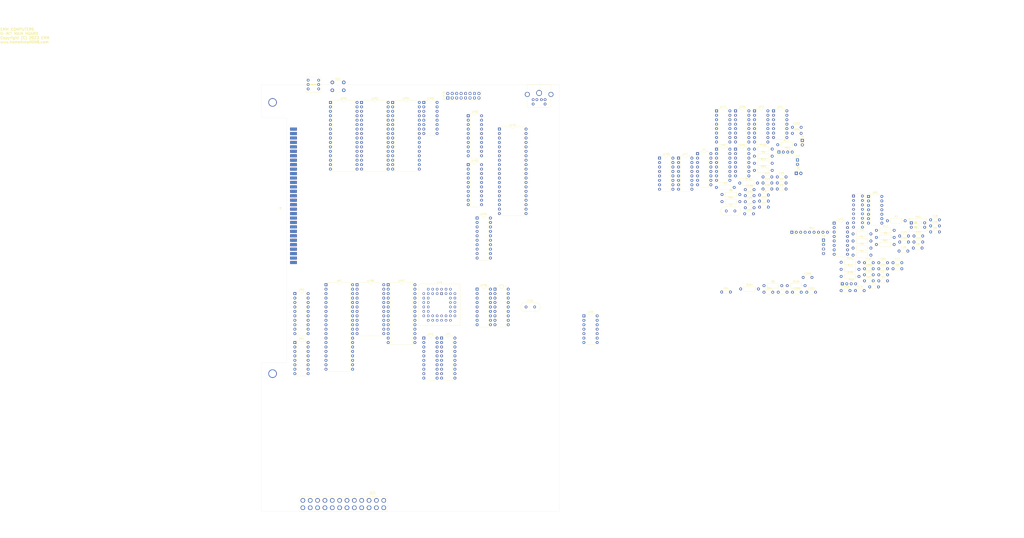
<source format=kicad_pcb>
(kicad_pcb (version 20171130) (host pcbnew "(5.1.8)-1")
  (layers (0 F.Cu signal) (31 B.Cu signal) (34 B.Paste user) (35 F.Paste user) (36 B.SilkS user) (37 F.SilkS user) (38 B.Mask user) (39 F.Mask user) (44 Edge.Cuts user))
  (net 0 "")
  (net 1 /GND)
  (net 2 /RESET)
  (net 3 /IRQ2)
  (net 4 /5-)
  (net 5 /DRQ2)
  (net 6 /12-)
  (net 7 /12+)
  (net 8 /DACK3)
  (net 9 /DRQ3)
  (net 10 /DACK1)
  (net 11 /DRQ1)
  (net 12 /IRQ7)
  (net 13 /IRQ6)
  (net 14 /IRQ5)
  (net 15 /IRQ4)
  (net 16 /IRQ3)
  (net 17 /DACK2)
  (net 18 /TC)
  (net 19 /ALE)
  (net 20 /OSC)
  (net 21 /CH_CK)
  (net 22 /D7)
  (net 23 /D6)
  (net 24 /D5)
  (net 25 /D4)
  (net 26 /D3)
  (net 27 /D2)
  (net 28 /D1)
  (net 29 /D0)
  (net 30 /RDY1)
  (net 31 /AEN)
  (net 32 /A19)
  (net 33 /A18)
  (net 34 /A17)
  (net 35 /A16)
  (net 36 /A15)
  (net 37 /A14)
  (net 38 /A13)
  (net 39 /A12)
  (net 40 /A11)
  (net 41 /A10)
  (net 42 /A9)
  (net 43 /A8)
  (net 44 /A7)
  (net 45 /A6)
  (net 46 /A5)
  (net 47 /A4)
  (net 48 /A3)
  (net 49 /A2)
  (net 50 /A1)
  (net 51 /A0)
  (net 52 /CLK)
  (net 53 /LED_GND)
  (net 54 /RESOUT)
  (net 55 /MWR)
  (net 56 /MRD)
  (net 57 /IOWR)
  (net 58 /IORD)
  (net 59 /REFRQ)
  (net 60 /IO_0060)
  (net 61 /IN_IRQ6)
  (net 62 /IO_00EX)
  (net 63 /POWER_GOOD)
  (net 64 /NMI_EN)
  (net 65 /HOLDA)
  (net 66 /NMI)
  (net 67 /READY)
  (net 68 /HF_PCLK)
  (net 69 /IRQ1)
  (net 70 /SPK_OUT)
  (net 71 /SPK_GO)
  (net 72 /SPK_EN)
  (net 73 /IO_0XXX)
  (net 74 "Net-(U9-Pad7)")
  (net 75 "Net-(U9-Pad14)")
  (net 76 "Net-(U9-Pad13)")
  (net 77 "Net-(U9-Pad12)")
  (net 78 "Net-(U9-Pad11)")
  (net 79 "Net-(U9-Pad10)")
  (net 80 "Net-(U9-Pad9)")
  (net 81 /PCLK)
  (net 82 "Net-(U11-Pad14)")
  (net 83 /X2_8284)
  (net 84 /X1_8284)
  (net 85 "Net-(U12-Pad9)")
  (net 86 "Net-(U12-Pad10)")
  (net 87 "Net-(U12-Pad11)")
  (net 88 "Net-(U12-Pad12)")
  (net 89 "Net-(U12-Pad13)")
  (net 90 "Net-(U12-Pad14)")
  (net 91 "Net-(U12-Pad7)")
  (net 92 /IO_00XX)
  (net 93 "Net-(U13-Pad9)")
  (net 94 "Net-(U13-Pad10)")
  (net 95 /IO_006X)
  (net 96 /FB2)
  (net 97 /PORT_0X61_CS)
  (net 98 /NMI_EN_139)
  (net 99 /PORT_0X61_EN)
  (net 100 /NMI_INPUT)
  (net 101 "Net-(U17-Pad9)")
  (net 102 "Net-(U17-Pad10)")
  (net 103 /IO_0061)
  (net 104 "Net-(U17-Pad5)")
  (net 105 "Net-(U17-Pad6)")
  (net 106 "Net-(U17-Pad7)")
  (net 107 "Net-(U117-Pad7)")
  (net 108 "Net-(U117-Pad6)")
  (net 109 "Net-(U117-Pad5)")
  (net 110 /NC)
  (net 111 /T1)
  (net 112 "Net-(J2-Pad2)")
  (net 113 /T0)
  (net 114 "Net-(J2-Pad6)")
  (net 115 "Net-(U19-Pad1)")
  (net 116 /KBD_CLK)
  (net 117 "Net-(U19-Pad6)")
  (net 118 /KBD_DATA)
  (net 119 "Net-(U19-Pad12)")
  (net 120 "Net-(U19-Pad13)")
  (net 121 "Net-(U19-Pad23)")
  (net 122 "Net-(U19-Pad25)")
  (net 123 "Net-(U19-Pad27)")
  (net 124 "Net-(U19-Pad29)")
  (net 125 "Net-(U19-Pad24)")
  (net 126 "Net-(U19-Pad26)")
  (net 127 "Net-(U19-Pad28)")
  (net 128 "Net-(U19-Pad30)")
  (net 129 "Net-(U19-Pad32)")
  (net 130 "Net-(U19-Pad34)")
  (net 131 "Net-(U19-Pad36)")
  (net 132 "Net-(U19-Pad40)")
  (net 133 "Net-(U19-Pad31)")
  (net 134 "Net-(U19-Pad33)")
  (net 135 "Net-(U19-Pad35)")
  (net 136 "Net-(U19-Pad37)")
  (net 137 /KBD_CLK_INVERTED)
  (net 138 /POWER_ON)
  (net 139 "Net-(ATXPOWER1-Pad13)")
  (net 140 "Net-(ATXPOWER1-Pad24)")
  (net 141 "Net-(ATXPOWER1-Pad23)")
  (net 142 "Net-(ATXPOWER1-Pad22)")
  (net 143 "Net-(ATXPOWER1-Pad17)")
  (net 144 "Net-(ATXPOWER1-Pad1)")
  (net 145 "Net-(ATXPOWER1-Pad2)")
  (net 146 "Net-(ATXPOWER1-Pad7)")
  (net 147 "Net-(ATXPOWER1-Pad9)")
  (net 148 "Net-(ATXPOWER1-Pad11)")
  (net 149 "Net-(ATXPOWER1-Pad12)")
  (net 150 "Net-(8x8mm1-Pad6)")
  (net 151 "Net-(8x8mm1-Pad5)")
  (net 152 "Net-(8x8mm1-Pad4)")
  (net 153 "Net-(8x8mm1-Pad1)")
  (net 154 /IO_000X)
  (net 155 /IO_002X)
  (net 156 /IO_004X)
  (net 157 /IO_008X)
  (net 158 /FB1)
  (net 159 /HF_OSC)
  (net 160 "Net-(U19-Pad4)")
  (net 161 "Net-(J3-Pad2)")
  (net 162 /SPK_PIN_O)
  (net 163 /HOLD)
  (net 164 /SPK_PIN)
  (net 165 /SPK_EN_)
  (net 166 "Net-(U117-Pad11)")
  (net 167 "Net-(U117-Pad10)")
  (net 168 "Net-(U117-Pad9)")
  (net 169 /OSC88)
  (net 170 /CLK88)
  (net 171 /OSC88HF)
  (net 172 /PCLK88)
  (net 173 "Net-(ATXPOWER1-Pad20)")
  (net 174 /DRQ0)
  (net 175 "Net-(J10-Pad7)")
  (net 176 "Net-(U1-Pad7)")
  (net 177 "Net-(U1-Pad6)")
  (net 178 "Net-(U1-Pad5)")
  (net 179 /PORT_61_RD)
  (net 180 "Net-(U1-Pad11)")
  (net 181 "Net-(U1-Pad10)")
  (net 182 "Net-(U1-Pad9)")
  (net 183 /PORT_61_7)
  (net 184 /PORT_61_6)
  (net 185 /PORT_61_4)
  (net 186 /PORT_61_3)
  (net 187 /PORT_61_2)
  (net 188 "Net-(U16-Pad12)")
  (net 189 "Net-(U16-Pad13)")
  (net 190 /DRQ0_)
  (net 191 /EOP)
  (net 192 /CLK88_1)
  (net 193 /ADSTB)
  (net 194 /DACK0)
  (net 195 /AEN_OE)
  (net 196 "Net-(U63-Pad2)")
  (net 197 "Net-(U63-Pad1)")
  (net 198 /760_EN)
  (net 199 GND)
  (net 200 VCC)
  (net 201 /CLK1)
  (net 202 /CLK_88)
  (net 203 /X1)
  (net 204 /X2)
  (net 205 /PU1)
  (net 206 /DEN)
  (net 207 /A16_)
  (net 208 /INTR)
  (net 209 /A17_)
  (net 210 /A18_)
  (net 211 /AD0)
  (net 212 /A19_)
  (net 213 /AD1)
  (net 214 "Net-(U101-Pad34)")
  (net 215 /AD2)
  (net 216 /AD3)
  (net 217 /RD)
  (net 218 /AD4)
  (net 219 /AD5)
  (net 220 /AD6)
  (net 221 /WR)
  (net 222 /AD7)
  (net 223 /IO_M)
  (net 224 /DTR)
  (net 225 /INTA)
  (net 226 /READY1)
  (net 227 /RESET1)
  (net 228 "Net-(U102-Pad9)")
  (net 229 "Net-(U102-Pad8)")
  (net 230 "Net-(U102-Pad7)")
  (net 231 "Net-(U102-Pad6)")
  (net 232 "Net-(U102-Pad15)")
  (net 233 "Net-(U102-Pad14)")
  (net 234 "Net-(U102-Pad13)")
  (net 235 "Net-(U102-Pad12)")
  (net 236 "Net-(U106-Pad14)")
  (net 237 "Net-(U106-Pad12)")
  (net 238 "Net-(U106-Pad2)")
  (net 239 "Net-(U107-Pad13)")
  (net 240 "Net-(U107-Pad12)")
  (net 241 /IRQ0)
  (net 242 "Net-(U107-Pad15)")
  (net 243 /64K_ROM_CS)
  (net 244 /E0000_CS)
  (net 245 /128K_CS)
  (net 246 "Net-(U203-Pad1)")
  (net 247 /512K_CS)
  (net 248 /UPPER_512K)
  (net 249 "Net-(U205-Pad7)")
  (net 250 "Net-(U205-Pad6)")
  (net 251 "Net-(U205-Pad11)")
  (net 252 "Net-(U205-Pad10)")
  (net 253 "Net-(U205-Pad9)")
  (net 254 "Net-(U206-Pad15)")
  (net 255 "Net-(U206-Pad14)")
  (net 256 "Net-(U206-Pad13)")
  (net 257 "Net-(U206-Pad12)")
  (net 258 "Net-(U206-Pad11)")
  (net 259 "Net-(U206-Pad10)")
  (module MountingHole:MountingHole_3.7mm (layer F.Cu) (at 177.292 251.46)
    (fp_text reference REF** hide)
    (fp_text value MountingHole_3.7mm hide)
    (pad "" np_thru_hole circle (at 0 0) (size 3.9624 3.9624) (drill 3.9624) (layers *.Cu *.Mask))
  )
  (module Crystal:Crystal_HC18-U_Vertical (layer F.Cu) (at 164.592 140.97)
    (fp_text reference Y101 (at 2.45 -3.525) (layer F.SilkS))
    (fp_text value Crystal)
    (pad 2 thru_hole circle (at 4.9 0) (size 1.5 1.5) (drill 0.8) (layers *.Cu *.Mask) (net 203 /X1))
    (pad 1 thru_hole circle (at 0 0) (size 1.5 1.5) (drill 0.8) (layers *.Cu *.Mask) (net 204 /X2))
  )
  (module Crystal:Crystal_HC18-U_Vertical (layer F.Cu) (at 278.977 86.147)
    (fp_text reference Y2 (at 2.45 -3.525) (layer F.SilkS))
    (fp_text value "14.31818 MHz")
    (pad 2 thru_hole circle (at 4.9 0) (size 1.5 1.5) (drill 0.8) (layers *.Cu *.Mask) (net 84 /X1_8284))
    (pad 1 thru_hole circle (at 0 0) (size 1.5 1.5) (drill 0.8) (layers *.Cu *.Mask) (net 83 /X2_8284))
  )
  (module Package_DIP:DIP-16_W7.62mm (layer F.Cu) (at 106.172 24.13)
    (fp_text reference U206 (at 3.81 -2.33) (layer F.SilkS))
    (fp_text value 74LS138)
    (pad 16 thru_hole oval (at 7.62 0) (size 1.6 1.6) (drill 0.8) (layers *.Cu *.Mask) (net 200 VCC))
    (pad 8 thru_hole oval (at 0 17.78) (size 1.6 1.6) (drill 0.8) (layers *.Cu *.Mask) (net 199 GND))
    (pad 15 thru_hole oval (at 7.62 2.54) (size 1.6 1.6) (drill 0.8) (layers *.Cu *.Mask) (net 254 "Net-(U206-Pad15)"))
    (pad 7 thru_hole oval (at 0 15.24) (size 1.6 1.6) (drill 0.8) (layers *.Cu *.Mask) (net 243 /64K_ROM_CS))
    (pad 14 thru_hole oval (at 7.62 5.08) (size 1.6 1.6) (drill 0.8) (layers *.Cu *.Mask) (net 255 "Net-(U206-Pad14)"))
    (pad 6 thru_hole oval (at 0 12.7) (size 1.6 1.6) (drill 0.8) (layers *.Cu *.Mask) (net 200 VCC))
    (pad 13 thru_hole oval (at 7.62 7.62) (size 1.6 1.6) (drill 0.8) (layers *.Cu *.Mask) (net 256 "Net-(U206-Pad13)"))
    (pad 5 thru_hole oval (at 0 10.16) (size 1.6 1.6) (drill 0.8) (layers *.Cu *.Mask) (net 199 GND))
    (pad 12 thru_hole oval (at 7.62 10.16) (size 1.6 1.6) (drill 0.8) (layers *.Cu *.Mask) (net 257 "Net-(U206-Pad12)"))
    (pad 4 thru_hole oval (at 0 7.62) (size 1.6 1.6) (drill 0.8) (layers *.Cu *.Mask) (net 248 /UPPER_512K))
    (pad 11 thru_hole oval (at 7.62 12.7) (size 1.6 1.6) (drill 0.8) (layers *.Cu *.Mask) (net 258 "Net-(U206-Pad11)"))
    (pad 3 thru_hole oval (at 0 5.08) (size 1.6 1.6) (drill 0.8) (layers *.Cu *.Mask) (net 33 /A18))
    (pad 10 thru_hole oval (at 7.62 15.24) (size 1.6 1.6) (drill 0.8) (layers *.Cu *.Mask) (net 259 "Net-(U206-Pad10)"))
    (pad 2 thru_hole oval (at 0 2.54) (size 1.6 1.6) (drill 0.8) (layers *.Cu *.Mask) (net 34 /A17))
    (pad 9 thru_hole oval (at 7.62 17.78) (size 1.6 1.6) (drill 0.8) (layers *.Cu *.Mask) (net 244 /E0000_CS))
    (pad 1 thru_hole rect (at 0 0) (size 1.6 1.6) (drill 0.8) (layers *.Cu *.Mask) (net 35 /A16))
  )
  (module Package_DIP:DIP-16_W7.62mm (layer F.Cu) (at 284.237 28.947)
    (fp_text reference U205 (at 3.81 -2.33) (layer F.SilkS))
    (fp_text value 74LS139)
    (pad 16 thru_hole oval (at 7.62 0) (size 1.6 1.6) (drill 0.8) (layers *.Cu *.Mask) (net 200 VCC))
    (pad 8 thru_hole oval (at 0 17.78) (size 1.6 1.6) (drill 0.8) (layers *.Cu *.Mask) (net 199 GND))
    (pad 15 thru_hole oval (at 7.62 2.54) (size 1.6 1.6) (drill 0.8) (layers *.Cu *.Mask) (net 248 /UPPER_512K))
    (pad 7 thru_hole oval (at 0 15.24) (size 1.6 1.6) (drill 0.8) (layers *.Cu *.Mask) (net 249 "Net-(U205-Pad7)"))
    (pad 14 thru_hole oval (at 7.62 5.08) (size 1.6 1.6) (drill 0.8) (layers *.Cu *.Mask) (net 34 /A17))
    (pad 6 thru_hole oval (at 0 12.7) (size 1.6 1.6) (drill 0.8) (layers *.Cu *.Mask) (net 250 "Net-(U205-Pad6)"))
    (pad 13 thru_hole oval (at 7.62 7.62) (size 1.6 1.6) (drill 0.8) (layers *.Cu *.Mask) (net 33 /A18))
    (pad 5 thru_hole oval (at 0 10.16) (size 1.6 1.6) (drill 0.8) (layers *.Cu *.Mask) (net 248 /UPPER_512K))
    (pad 12 thru_hole oval (at 7.62 10.16) (size 1.6 1.6) (drill 0.8) (layers *.Cu *.Mask) (net 245 /128K_CS))
    (pad 4 thru_hole oval (at 0 7.62) (size 1.6 1.6) (drill 0.8) (layers *.Cu *.Mask) (net 247 /512K_CS))
    (pad 11 thru_hole oval (at 7.62 12.7) (size 1.6 1.6) (drill 0.8) (layers *.Cu *.Mask) (net 251 "Net-(U205-Pad11)"))
    (pad 3 thru_hole oval (at 0 5.08) (size 1.6 1.6) (drill 0.8) (layers *.Cu *.Mask) (net 199 GND))
    (pad 10 thru_hole oval (at 7.62 15.24) (size 1.6 1.6) (drill 0.8) (layers *.Cu *.Mask) (net 252 "Net-(U205-Pad10)"))
    (pad 2 thru_hole oval (at 0 2.54) (size 1.6 1.6) (drill 0.8) (layers *.Cu *.Mask) (net 32 /A19))
    (pad 9 thru_hole oval (at 7.62 17.78) (size 1.6 1.6) (drill 0.8) (layers *.Cu *.Mask) (net 253 "Net-(U205-Pad9)"))
    (pad 1 thru_hole rect (at 0 0) (size 1.6 1.6) (drill 0.8) (layers *.Cu *.Mask) (net 199 GND))
  )
  (module Package_DIP:DIP-32_W15.24mm (layer F.Cu) (at 88.392 24.13)
    (fp_text reference U204 (at 7.62 -2.33) (layer F.SilkS))
    (fp_text value AS6C4008)
    (pad 32 thru_hole oval (at 15.24 0) (size 1.6 1.6) (drill 0.8) (layers *.Cu *.Mask) (net 200 VCC))
    (pad 16 thru_hole oval (at 0 38.1) (size 1.6 1.6) (drill 0.8) (layers *.Cu *.Mask) (net 199 GND))
    (pad 31 thru_hole oval (at 15.24 2.54) (size 1.6 1.6) (drill 0.8) (layers *.Cu *.Mask) (net 36 /A15))
    (pad 15 thru_hole oval (at 0 35.56) (size 1.6 1.6) (drill 0.8) (layers *.Cu *.Mask) (net 27 /D2))
    (pad 30 thru_hole oval (at 15.24 5.08) (size 1.6 1.6) (drill 0.8) (layers *.Cu *.Mask) (net 34 /A17))
    (pad 14 thru_hole oval (at 0 33.02) (size 1.6 1.6) (drill 0.8) (layers *.Cu *.Mask) (net 28 /D1))
    (pad 29 thru_hole oval (at 15.24 7.62) (size 1.6 1.6) (drill 0.8) (layers *.Cu *.Mask) (net 55 /MWR))
    (pad 13 thru_hole oval (at 0 30.48) (size 1.6 1.6) (drill 0.8) (layers *.Cu *.Mask) (net 29 /D0))
    (pad 28 thru_hole oval (at 15.24 10.16) (size 1.6 1.6) (drill 0.8) (layers *.Cu *.Mask) (net 38 /A13))
    (pad 12 thru_hole oval (at 0 27.94) (size 1.6 1.6) (drill 0.8) (layers *.Cu *.Mask) (net 51 /A0))
    (pad 27 thru_hole oval (at 15.24 12.7) (size 1.6 1.6) (drill 0.8) (layers *.Cu *.Mask) (net 43 /A8))
    (pad 11 thru_hole oval (at 0 25.4) (size 1.6 1.6) (drill 0.8) (layers *.Cu *.Mask) (net 50 /A1))
    (pad 26 thru_hole oval (at 15.24 15.24) (size 1.6 1.6) (drill 0.8) (layers *.Cu *.Mask) (net 42 /A9))
    (pad 10 thru_hole oval (at 0 22.86) (size 1.6 1.6) (drill 0.8) (layers *.Cu *.Mask) (net 49 /A2))
    (pad 25 thru_hole oval (at 15.24 17.78) (size 1.6 1.6) (drill 0.8) (layers *.Cu *.Mask) (net 40 /A11))
    (pad 9 thru_hole oval (at 0 20.32) (size 1.6 1.6) (drill 0.8) (layers *.Cu *.Mask) (net 48 /A3))
    (pad 24 thru_hole oval (at 15.24 20.32) (size 1.6 1.6) (drill 0.8) (layers *.Cu *.Mask) (net 56 /MRD))
    (pad 8 thru_hole oval (at 0 17.78) (size 1.6 1.6) (drill 0.8) (layers *.Cu *.Mask) (net 47 /A4))
    (pad 23 thru_hole oval (at 15.24 22.86) (size 1.6 1.6) (drill 0.8) (layers *.Cu *.Mask) (net 41 /A10))
    (pad 7 thru_hole oval (at 0 15.24) (size 1.6 1.6) (drill 0.8) (layers *.Cu *.Mask) (net 46 /A5))
    (pad 22 thru_hole oval (at 15.24 25.4) (size 1.6 1.6) (drill 0.8) (layers *.Cu *.Mask) (net 247 /512K_CS))
    (pad 6 thru_hole oval (at 0 12.7) (size 1.6 1.6) (drill 0.8) (layers *.Cu *.Mask) (net 45 /A6))
    (pad 21 thru_hole oval (at 15.24 27.94) (size 1.6 1.6) (drill 0.8) (layers *.Cu *.Mask) (net 22 /D7))
    (pad 5 thru_hole oval (at 0 10.16) (size 1.6 1.6) (drill 0.8) (layers *.Cu *.Mask) (net 44 /A7))
    (pad 20 thru_hole oval (at 15.24 30.48) (size 1.6 1.6) (drill 0.8) (layers *.Cu *.Mask) (net 23 /D6))
    (pad 4 thru_hole oval (at 0 7.62) (size 1.6 1.6) (drill 0.8) (layers *.Cu *.Mask) (net 39 /A12))
    (pad 19 thru_hole oval (at 15.24 33.02) (size 1.6 1.6) (drill 0.8) (layers *.Cu *.Mask) (net 24 /D5))
    (pad 3 thru_hole oval (at 0 5.08) (size 1.6 1.6) (drill 0.8) (layers *.Cu *.Mask) (net 37 /A14))
    (pad 18 thru_hole oval (at 15.24 35.56) (size 1.6 1.6) (drill 0.8) (layers *.Cu *.Mask) (net 25 /D4))
    (pad 2 thru_hole oval (at 0 2.54) (size 1.6 1.6) (drill 0.8) (layers *.Cu *.Mask) (net 35 /A16))
    (pad 17 thru_hole oval (at 15.24 38.1) (size 1.6 1.6) (drill 0.8) (layers *.Cu *.Mask) (net 26 /D3))
    (pad 1 thru_hole rect (at 0 0) (size 1.6 1.6) (drill 0.8) (layers *.Cu *.Mask) (net 33 /A18))
  )
  (module Package_DIP:DIP-32_W15.24mm (layer F.Cu) (at 70.612 24.13)
    (fp_text reference U203 (at 7.62 -2.33) (layer F.SilkS))
    (fp_text value AS6C1008)
    (pad 32 thru_hole oval (at 15.24 0) (size 1.6 1.6) (drill 0.8) (layers *.Cu *.Mask) (net 200 VCC))
    (pad 16 thru_hole oval (at 0 38.1) (size 1.6 1.6) (drill 0.8) (layers *.Cu *.Mask) (net 199 GND))
    (pad 31 thru_hole oval (at 15.24 2.54) (size 1.6 1.6) (drill 0.8) (layers *.Cu *.Mask) (net 36 /A15))
    (pad 15 thru_hole oval (at 0 35.56) (size 1.6 1.6) (drill 0.8) (layers *.Cu *.Mask) (net 27 /D2))
    (pad 30 thru_hole oval (at 15.24 5.08) (size 1.6 1.6) (drill 0.8) (layers *.Cu *.Mask) (net 200 VCC))
    (pad 14 thru_hole oval (at 0 33.02) (size 1.6 1.6) (drill 0.8) (layers *.Cu *.Mask) (net 28 /D1))
    (pad 29 thru_hole oval (at 15.24 7.62) (size 1.6 1.6) (drill 0.8) (layers *.Cu *.Mask) (net 55 /MWR))
    (pad 13 thru_hole oval (at 0 30.48) (size 1.6 1.6) (drill 0.8) (layers *.Cu *.Mask) (net 29 /D0))
    (pad 28 thru_hole oval (at 15.24 10.16) (size 1.6 1.6) (drill 0.8) (layers *.Cu *.Mask) (net 38 /A13))
    (pad 12 thru_hole oval (at 0 27.94) (size 1.6 1.6) (drill 0.8) (layers *.Cu *.Mask) (net 51 /A0))
    (pad 27 thru_hole oval (at 15.24 12.7) (size 1.6 1.6) (drill 0.8) (layers *.Cu *.Mask) (net 43 /A8))
    (pad 11 thru_hole oval (at 0 25.4) (size 1.6 1.6) (drill 0.8) (layers *.Cu *.Mask) (net 50 /A1))
    (pad 26 thru_hole oval (at 15.24 15.24) (size 1.6 1.6) (drill 0.8) (layers *.Cu *.Mask) (net 42 /A9))
    (pad 10 thru_hole oval (at 0 22.86) (size 1.6 1.6) (drill 0.8) (layers *.Cu *.Mask) (net 49 /A2))
    (pad 25 thru_hole oval (at 15.24 17.78) (size 1.6 1.6) (drill 0.8) (layers *.Cu *.Mask) (net 40 /A11))
    (pad 9 thru_hole oval (at 0 20.32) (size 1.6 1.6) (drill 0.8) (layers *.Cu *.Mask) (net 48 /A3))
    (pad 24 thru_hole oval (at 15.24 20.32) (size 1.6 1.6) (drill 0.8) (layers *.Cu *.Mask) (net 56 /MRD))
    (pad 8 thru_hole oval (at 0 17.78) (size 1.6 1.6) (drill 0.8) (layers *.Cu *.Mask) (net 47 /A4))
    (pad 23 thru_hole oval (at 15.24 22.86) (size 1.6 1.6) (drill 0.8) (layers *.Cu *.Mask) (net 41 /A10))
    (pad 7 thru_hole oval (at 0 15.24) (size 1.6 1.6) (drill 0.8) (layers *.Cu *.Mask) (net 46 /A5))
    (pad 22 thru_hole oval (at 15.24 25.4) (size 1.6 1.6) (drill 0.8) (layers *.Cu *.Mask) (net 245 /128K_CS))
    (pad 6 thru_hole oval (at 0 12.7) (size 1.6 1.6) (drill 0.8) (layers *.Cu *.Mask) (net 45 /A6))
    (pad 21 thru_hole oval (at 15.24 27.94) (size 1.6 1.6) (drill 0.8) (layers *.Cu *.Mask) (net 22 /D7))
    (pad 5 thru_hole oval (at 0 10.16) (size 1.6 1.6) (drill 0.8) (layers *.Cu *.Mask) (net 44 /A7))
    (pad 20 thru_hole oval (at 15.24 30.48) (size 1.6 1.6) (drill 0.8) (layers *.Cu *.Mask) (net 23 /D6))
    (pad 4 thru_hole oval (at 0 7.62) (size 1.6 1.6) (drill 0.8) (layers *.Cu *.Mask) (net 39 /A12))
    (pad 19 thru_hole oval (at 15.24 33.02) (size 1.6 1.6) (drill 0.8) (layers *.Cu *.Mask) (net 24 /D5))
    (pad 3 thru_hole oval (at 0 5.08) (size 1.6 1.6) (drill 0.8) (layers *.Cu *.Mask) (net 37 /A14))
    (pad 18 thru_hole oval (at 15.24 35.56) (size 1.6 1.6) (drill 0.8) (layers *.Cu *.Mask) (net 25 /D4))
    (pad 2 thru_hole oval (at 0 2.54) (size 1.6 1.6) (drill 0.8) (layers *.Cu *.Mask) (net 35 /A16))
    (pad 17 thru_hole oval (at 15.24 38.1) (size 1.6 1.6) (drill 0.8) (layers *.Cu *.Mask) (net 26 /D3))
    (pad 1 thru_hole rect (at 0 0) (size 1.6 1.6) (drill 0.8) (layers *.Cu *.Mask) (net 246 "Net-(U203-Pad1)"))
  )
  (module Package_DIP:DIP-32_W15.24mm (layer F.Cu) (at 52.832 24.13)
    (fp_text reference U201 (at 7.62 -2.33) (layer F.SilkS))
    (fp_text value 64K)
    (pad 32 thru_hole oval (at 15.24 0) (size 1.6 1.6) (drill 0.8) (layers *.Cu *.Mask) (net 200 VCC))
    (pad 16 thru_hole oval (at 0 38.1) (size 1.6 1.6) (drill 0.8) (layers *.Cu *.Mask) (net 199 GND))
    (pad 31 thru_hole oval (at 15.24 2.54) (size 1.6 1.6) (drill 0.8) (layers *.Cu *.Mask) (net 200 VCC))
    (pad 15 thru_hole oval (at 0 35.56) (size 1.6 1.6) (drill 0.8) (layers *.Cu *.Mask) (net 27 /D2))
    (pad 30 thru_hole oval (at 15.24 5.08) (size 1.6 1.6) (drill 0.8) (layers *.Cu *.Mask) (net 199 GND))
    (pad 14 thru_hole oval (at 0 33.02) (size 1.6 1.6) (drill 0.8) (layers *.Cu *.Mask) (net 28 /D1))
    (pad 29 thru_hole oval (at 15.24 7.62) (size 1.6 1.6) (drill 0.8) (layers *.Cu *.Mask) (net 37 /A14))
    (pad 13 thru_hole oval (at 0 30.48) (size 1.6 1.6) (drill 0.8) (layers *.Cu *.Mask) (net 29 /D0))
    (pad 28 thru_hole oval (at 15.24 10.16) (size 1.6 1.6) (drill 0.8) (layers *.Cu *.Mask) (net 38 /A13))
    (pad 12 thru_hole oval (at 0 27.94) (size 1.6 1.6) (drill 0.8) (layers *.Cu *.Mask) (net 51 /A0))
    (pad 27 thru_hole oval (at 15.24 12.7) (size 1.6 1.6) (drill 0.8) (layers *.Cu *.Mask) (net 43 /A8))
    (pad 11 thru_hole oval (at 0 25.4) (size 1.6 1.6) (drill 0.8) (layers *.Cu *.Mask) (net 50 /A1))
    (pad 26 thru_hole oval (at 15.24 15.24) (size 1.6 1.6) (drill 0.8) (layers *.Cu *.Mask) (net 42 /A9))
    (pad 10 thru_hole oval (at 0 22.86) (size 1.6 1.6) (drill 0.8) (layers *.Cu *.Mask) (net 49 /A2))
    (pad 25 thru_hole oval (at 15.24 17.78) (size 1.6 1.6) (drill 0.8) (layers *.Cu *.Mask) (net 40 /A11))
    (pad 9 thru_hole oval (at 0 20.32) (size 1.6 1.6) (drill 0.8) (layers *.Cu *.Mask) (net 48 /A3))
    (pad 24 thru_hole oval (at 15.24 20.32) (size 1.6 1.6) (drill 0.8) (layers *.Cu *.Mask) (net 56 /MRD))
    (pad 8 thru_hole oval (at 0 17.78) (size 1.6 1.6) (drill 0.8) (layers *.Cu *.Mask) (net 47 /A4))
    (pad 23 thru_hole oval (at 15.24 22.86) (size 1.6 1.6) (drill 0.8) (layers *.Cu *.Mask) (net 41 /A10))
    (pad 7 thru_hole oval (at 0 15.24) (size 1.6 1.6) (drill 0.8) (layers *.Cu *.Mask) (net 46 /A5))
    (pad 22 thru_hole oval (at 15.24 25.4) (size 1.6 1.6) (drill 0.8) (layers *.Cu *.Mask) (net 243 /64K_ROM_CS))
    (pad 6 thru_hole oval (at 0 12.7) (size 1.6 1.6) (drill 0.8) (layers *.Cu *.Mask) (net 45 /A6))
    (pad 21 thru_hole oval (at 15.24 27.94) (size 1.6 1.6) (drill 0.8) (layers *.Cu *.Mask) (net 22 /D7))
    (pad 5 thru_hole oval (at 0 10.16) (size 1.6 1.6) (drill 0.8) (layers *.Cu *.Mask) (net 44 /A7))
    (pad 20 thru_hole oval (at 15.24 30.48) (size 1.6 1.6) (drill 0.8) (layers *.Cu *.Mask) (net 23 /D6))
    (pad 4 thru_hole oval (at 0 7.62) (size 1.6 1.6) (drill 0.8) (layers *.Cu *.Mask) (net 39 /A12))
    (pad 19 thru_hole oval (at 15.24 33.02) (size 1.6 1.6) (drill 0.8) (layers *.Cu *.Mask) (net 24 /D5))
    (pad 3 thru_hole oval (at 0 5.08) (size 1.6 1.6) (drill 0.8) (layers *.Cu *.Mask) (net 36 /A15))
    (pad 18 thru_hole oval (at 15.24 35.56) (size 1.6 1.6) (drill 0.8) (layers *.Cu *.Mask) (net 25 /D4))
    (pad 2 thru_hole oval (at 0 2.54) (size 1.6 1.6) (drill 0.8) (layers *.Cu *.Mask) (net 199 GND))
    (pad 17 thru_hole oval (at 15.24 38.1) (size 1.6 1.6) (drill 0.8) (layers *.Cu *.Mask) (net 26 /D3))
    (pad 1 thru_hole rect (at 0 0) (size 1.6 1.6) (drill 0.8) (layers *.Cu *.Mask) (net 199 GND))
  )
  (module Package_DIP:DIP-16_W7.62mm (layer F.Cu) (at 273.387 28.947)
    (fp_text reference U117 (at 3.81 -2.33) (layer F.SilkS))
    (fp_text value 74LS139)
    (pad 16 thru_hole oval (at 7.62 0) (size 1.6 1.6) (drill 0.8) (layers *.Cu *.Mask) (net 200 VCC))
    (pad 8 thru_hole oval (at 0 17.78) (size 1.6 1.6) (drill 0.8) (layers *.Cu *.Mask) (net 199 GND))
    (pad 15 thru_hole oval (at 7.62 2.54) (size 1.6 1.6) (drill 0.8) (layers *.Cu *.Mask) (net 165 /SPK_EN_))
    (pad 7 thru_hole oval (at 0 15.24) (size 1.6 1.6) (drill 0.8) (layers *.Cu *.Mask) (net 107 "Net-(U117-Pad7)"))
    (pad 14 thru_hole oval (at 7.62 5.08) (size 1.6 1.6) (drill 0.8) (layers *.Cu *.Mask) (net 70 /SPK_OUT))
    (pad 6 thru_hole oval (at 0 12.7) (size 1.6 1.6) (drill 0.8) (layers *.Cu *.Mask) (net 108 "Net-(U117-Pad6)"))
    (pad 13 thru_hole oval (at 7.62 7.62) (size 1.6 1.6) (drill 0.8) (layers *.Cu *.Mask) (net 199 GND))
    (pad 5 thru_hole oval (at 0 10.16) (size 1.6 1.6) (drill 0.8) (layers *.Cu *.Mask) (net 109 "Net-(U117-Pad5)"))
    (pad 12 thru_hole oval (at 7.62 10.16) (size 1.6 1.6) (drill 0.8) (layers *.Cu *.Mask) (net 164 /SPK_PIN))
    (pad 4 thru_hole oval (at 0 7.62) (size 1.6 1.6) (drill 0.8) (layers *.Cu *.Mask) (net 198 /760_EN))
    (pad 11 thru_hole oval (at 7.62 12.7) (size 1.6 1.6) (drill 0.8) (layers *.Cu *.Mask) (net 166 "Net-(U117-Pad11)"))
    (pad 3 thru_hole oval (at 0 5.08) (size 1.6 1.6) (drill 0.8) (layers *.Cu *.Mask) (net 57 /IOWR))
    (pad 10 thru_hole oval (at 7.62 15.24) (size 1.6 1.6) (drill 0.8) (layers *.Cu *.Mask) (net 167 "Net-(U117-Pad10)"))
    (pad 2 thru_hole oval (at 0 2.54) (size 1.6 1.6) (drill 0.8) (layers *.Cu *.Mask) (net 157 /IO_008X))
    (pad 9 thru_hole oval (at 7.62 17.78) (size 1.6 1.6) (drill 0.8) (layers *.Cu *.Mask) (net 168 "Net-(U117-Pad9)"))
    (pad 1 thru_hole rect (at 0 0) (size 1.6 1.6) (drill 0.8) (layers *.Cu *.Mask) (net 199 GND))
  )
  (module Package_DIP:DIP-24_W15.24mm (layer F.Cu) (at 68.072 128.27)
    (fp_text reference U108 (at 7.62 -2.33) (layer F.SilkS))
    (fp_text value 8253)
    (pad 24 thru_hole oval (at 15.24 0) (size 1.6 1.6) (drill 0.8) (layers *.Cu *.Mask) (net 200 VCC))
    (pad 12 thru_hole oval (at 0 27.94) (size 1.6 1.6) (drill 0.8) (layers *.Cu *.Mask) (net 199 GND))
    (pad 23 thru_hole oval (at 15.24 2.54) (size 1.6 1.6) (drill 0.8) (layers *.Cu *.Mask) (net 57 /IOWR))
    (pad 11 thru_hole oval (at 0 25.4) (size 1.6 1.6) (drill 0.8) (layers *.Cu *.Mask) (net 200 VCC))
    (pad 22 thru_hole oval (at 15.24 5.08) (size 1.6 1.6) (drill 0.8) (layers *.Cu *.Mask) (net 58 /IORD))
    (pad 10 thru_hole oval (at 0 22.86) (size 1.6 1.6) (drill 0.8) (layers *.Cu *.Mask) (net 241 /IRQ0))
    (pad 21 thru_hole oval (at 15.24 7.62) (size 1.6 1.6) (drill 0.8) (layers *.Cu *.Mask) (net 156 /IO_004X))
    (pad 9 thru_hole oval (at 0 20.32) (size 1.6 1.6) (drill 0.8) (layers *.Cu *.Mask) (net 68 /HF_PCLK))
    (pad 20 thru_hole oval (at 15.24 10.16) (size 1.6 1.6) (drill 0.8) (layers *.Cu *.Mask) (net 50 /A1))
    (pad 8 thru_hole oval (at 0 17.78) (size 1.6 1.6) (drill 0.8) (layers *.Cu *.Mask) (net 29 /D0))
    (pad 19 thru_hole oval (at 15.24 12.7) (size 1.6 1.6) (drill 0.8) (layers *.Cu *.Mask) (net 51 /A0))
    (pad 7 thru_hole oval (at 0 15.24) (size 1.6 1.6) (drill 0.8) (layers *.Cu *.Mask) (net 28 /D1))
    (pad 18 thru_hole oval (at 15.24 15.24) (size 1.6 1.6) (drill 0.8) (layers *.Cu *.Mask) (net 68 /HF_PCLK))
    (pad 6 thru_hole oval (at 0 12.7) (size 1.6 1.6) (drill 0.8) (layers *.Cu *.Mask) (net 27 /D2))
    (pad 17 thru_hole oval (at 15.24 17.78) (size 1.6 1.6) (drill 0.8) (layers *.Cu *.Mask) (net 70 /SPK_OUT))
    (pad 5 thru_hole oval (at 0 10.16) (size 1.6 1.6) (drill 0.8) (layers *.Cu *.Mask) (net 26 /D3))
    (pad 16 thru_hole oval (at 15.24 20.32) (size 1.6 1.6) (drill 0.8) (layers *.Cu *.Mask) (net 71 /SPK_GO))
    (pad 4 thru_hole oval (at 0 7.62) (size 1.6 1.6) (drill 0.8) (layers *.Cu *.Mask) (net 25 /D4))
    (pad 15 thru_hole oval (at 15.24 22.86) (size 1.6 1.6) (drill 0.8) (layers *.Cu *.Mask) (net 68 /HF_PCLK))
    (pad 3 thru_hole oval (at 0 5.08) (size 1.6 1.6) (drill 0.8) (layers *.Cu *.Mask) (net 24 /D5))
    (pad 14 thru_hole oval (at 15.24 25.4) (size 1.6 1.6) (drill 0.8) (layers *.Cu *.Mask) (net 200 VCC))
    (pad 2 thru_hole oval (at 0 2.54) (size 1.6 1.6) (drill 0.8) (layers *.Cu *.Mask) (net 23 /D6))
    (pad 13 thru_hole oval (at 15.24 27.94) (size 1.6 1.6) (drill 0.8) (layers *.Cu *.Mask) (net 174 /DRQ0))
    (pad 1 thru_hole rect (at 0 0) (size 1.6 1.6) (drill 0.8) (layers *.Cu *.Mask) (net 22 /D7))
  )
  (module Package_DIP:DIP-28_W15.24mm (layer F.Cu) (at 85.852 128.27)
    (fp_text reference U107 (at 7.62 -2.33) (layer F.SilkS))
    (fp_text value 8259)
    (pad 28 thru_hole oval (at 15.24 0) (size 1.6 1.6) (drill 0.8) (layers *.Cu *.Mask) (net 200 VCC))
    (pad 14 thru_hole oval (at 0 33.02) (size 1.6 1.6) (drill 0.8) (layers *.Cu *.Mask) (net 199 GND))
    (pad 27 thru_hole oval (at 15.24 2.54) (size 1.6 1.6) (drill 0.8) (layers *.Cu *.Mask) (net 51 /A0))
    (pad 13 thru_hole oval (at 0 30.48) (size 1.6 1.6) (drill 0.8) (layers *.Cu *.Mask) (net 239 "Net-(U107-Pad13)"))
    (pad 26 thru_hole oval (at 15.24 5.08) (size 1.6 1.6) (drill 0.8) (layers *.Cu *.Mask) (net 225 /INTA))
    (pad 12 thru_hole oval (at 0 27.94) (size 1.6 1.6) (drill 0.8) (layers *.Cu *.Mask) (net 240 "Net-(U107-Pad12)"))
    (pad 25 thru_hole oval (at 15.24 7.62) (size 1.6 1.6) (drill 0.8) (layers *.Cu *.Mask) (net 12 /IRQ7))
    (pad 11 thru_hole oval (at 0 25.4) (size 1.6 1.6) (drill 0.8) (layers *.Cu *.Mask) (net 29 /D0))
    (pad 24 thru_hole oval (at 15.24 10.16) (size 1.6 1.6) (drill 0.8) (layers *.Cu *.Mask) (net 13 /IRQ6))
    (pad 10 thru_hole oval (at 0 22.86) (size 1.6 1.6) (drill 0.8) (layers *.Cu *.Mask) (net 28 /D1))
    (pad 23 thru_hole oval (at 15.24 12.7) (size 1.6 1.6) (drill 0.8) (layers *.Cu *.Mask) (net 14 /IRQ5))
    (pad 9 thru_hole oval (at 0 20.32) (size 1.6 1.6) (drill 0.8) (layers *.Cu *.Mask) (net 27 /D2))
    (pad 22 thru_hole oval (at 15.24 15.24) (size 1.6 1.6) (drill 0.8) (layers *.Cu *.Mask) (net 15 /IRQ4))
    (pad 8 thru_hole oval (at 0 17.78) (size 1.6 1.6) (drill 0.8) (layers *.Cu *.Mask) (net 26 /D3))
    (pad 21 thru_hole oval (at 15.24 17.78) (size 1.6 1.6) (drill 0.8) (layers *.Cu *.Mask) (net 16 /IRQ3))
    (pad 7 thru_hole oval (at 0 15.24) (size 1.6 1.6) (drill 0.8) (layers *.Cu *.Mask) (net 25 /D4))
    (pad 20 thru_hole oval (at 15.24 20.32) (size 1.6 1.6) (drill 0.8) (layers *.Cu *.Mask) (net 3 /IRQ2))
    (pad 6 thru_hole oval (at 0 12.7) (size 1.6 1.6) (drill 0.8) (layers *.Cu *.Mask) (net 24 /D5))
    (pad 19 thru_hole oval (at 15.24 22.86) (size 1.6 1.6) (drill 0.8) (layers *.Cu *.Mask) (net 69 /IRQ1))
    (pad 5 thru_hole oval (at 0 10.16) (size 1.6 1.6) (drill 0.8) (layers *.Cu *.Mask) (net 23 /D6))
    (pad 18 thru_hole oval (at 15.24 25.4) (size 1.6 1.6) (drill 0.8) (layers *.Cu *.Mask) (net 241 /IRQ0))
    (pad 4 thru_hole oval (at 0 7.62) (size 1.6 1.6) (drill 0.8) (layers *.Cu *.Mask) (net 22 /D7))
    (pad 17 thru_hole oval (at 15.24 27.94) (size 1.6 1.6) (drill 0.8) (layers *.Cu *.Mask) (net 208 /INTR))
    (pad 3 thru_hole oval (at 0 5.08) (size 1.6 1.6) (drill 0.8) (layers *.Cu *.Mask) (net 58 /IORD))
    (pad 16 thru_hole oval (at 15.24 30.48) (size 1.6 1.6) (drill 0.8) (layers *.Cu *.Mask) (net 200 VCC))
    (pad 2 thru_hole oval (at 0 2.54) (size 1.6 1.6) (drill 0.8) (layers *.Cu *.Mask) (net 57 /IOWR))
    (pad 15 thru_hole oval (at 15.24 33.02) (size 1.6 1.6) (drill 0.8) (layers *.Cu *.Mask) (net 242 "Net-(U107-Pad15)"))
    (pad 1 thru_hole rect (at 0 0) (size 1.6 1.6) (drill 0.8) (layers *.Cu *.Mask) (net 155 /IO_002X))
  )
  (module Package_DIP:DIP-18_W7.62mm (layer F.Cu) (at 136.652 130.81)
    (fp_text reference U106 (at 3.81 -2.33) (layer F.SilkS))
    (fp_text value 8284)
    (pad 18 thru_hole oval (at 7.62 0) (size 1.6 1.6) (drill 0.8) (layers *.Cu *.Mask) (net 200 VCC))
    (pad 9 thru_hole oval (at 0 20.32) (size 1.6 1.6) (drill 0.8) (layers *.Cu *.Mask) (net 199 GND))
    (pad 17 thru_hole oval (at 7.62 2.54) (size 1.6 1.6) (drill 0.8) (layers *.Cu *.Mask) (net 203 /X1))
    (pad 8 thru_hole oval (at 0 17.78) (size 1.6 1.6) (drill 0.8) (layers *.Cu *.Mask) (net 201 /CLK1))
    (pad 16 thru_hole oval (at 7.62 5.08) (size 1.6 1.6) (drill 0.8) (layers *.Cu *.Mask) (net 204 /X2))
    (pad 7 thru_hole oval (at 0 15.24) (size 1.6 1.6) (drill 0.8) (layers *.Cu *.Mask) (net 200 VCC))
    (pad 15 thru_hole oval (at 7.62 7.62) (size 1.6 1.6) (drill 0.8) (layers *.Cu *.Mask) (net 199 GND))
    (pad 6 thru_hole oval (at 0 12.7) (size 1.6 1.6) (drill 0.8) (layers *.Cu *.Mask) (net 199 GND))
    (pad 14 thru_hole oval (at 7.62 10.16) (size 1.6 1.6) (drill 0.8) (layers *.Cu *.Mask) (net 236 "Net-(U106-Pad14)"))
    (pad 5 thru_hole oval (at 0 10.16) (size 1.6 1.6) (drill 0.8) (layers *.Cu *.Mask) (net 226 /READY1))
    (pad 13 thru_hole oval (at 7.62 12.7) (size 1.6 1.6) (drill 0.8) (layers *.Cu *.Mask) (net 199 GND))
    (pad 4 thru_hole oval (at 0 7.62) (size 1.6 1.6) (drill 0.8) (layers *.Cu *.Mask) (net 30 /RDY1))
    (pad 12 thru_hole oval (at 7.62 15.24) (size 1.6 1.6) (drill 0.8) (layers *.Cu *.Mask) (net 237 "Net-(U106-Pad12)"))
    (pad 3 thru_hole oval (at 0 5.08) (size 1.6 1.6) (drill 0.8) (layers *.Cu *.Mask) (net 199 GND))
    (pad 11 thru_hole oval (at 7.62 17.78) (size 1.6 1.6) (drill 0.8) (layers *.Cu *.Mask) (net 2 /RESET))
    (pad 2 thru_hole oval (at 0 2.54) (size 1.6 1.6) (drill 0.8) (layers *.Cu *.Mask) (net 238 "Net-(U106-Pad2)"))
    (pad 10 thru_hole oval (at 7.62 20.32) (size 1.6 1.6) (drill 0.8) (layers *.Cu *.Mask) (net 227 /RESET1))
    (pad 1 thru_hole rect (at 0 0) (size 1.6 1.6) (drill 0.8) (layers *.Cu *.Mask) (net 199 GND))
  )
  (module Package_DIP:DIP-16_W7.62mm (layer F.Cu) (at 240.837 55.947)
    (fp_text reference U105 (at 3.81 -2.33) (layer F.SilkS))
    (fp_text value 74LS257)
    (pad 16 thru_hole oval (at 7.62 0) (size 1.6 1.6) (drill 0.8) (layers *.Cu *.Mask) (net 200 VCC))
    (pad 8 thru_hole oval (at 0 17.78) (size 1.6 1.6) (drill 0.8) (layers *.Cu *.Mask) (net 199 GND))
    (pad 15 thru_hole oval (at 7.62 2.54) (size 1.6 1.6) (drill 0.8) (layers *.Cu *.Mask) (net 65 /HOLDA))
    (pad 7 thru_hole oval (at 0 15.24) (size 1.6 1.6) (drill 0.8) (layers *.Cu *.Mask) (net 58 /IORD))
    (pad 14 thru_hole oval (at 7.62 5.08) (size 1.6 1.6) (drill 0.8) (layers *.Cu *.Mask) (net 205 /PU1))
    (pad 6 thru_hole oval (at 0 12.7) (size 1.6 1.6) (drill 0.8) (layers *.Cu *.Mask) (net 217 /RD))
    (pad 13 thru_hole oval (at 7.62 7.62) (size 1.6 1.6) (drill 0.8) (layers *.Cu *.Mask) (net 221 /WR))
    (pad 5 thru_hole oval (at 0 10.16) (size 1.6 1.6) (drill 0.8) (layers *.Cu *.Mask) (net 205 /PU1))
    (pad 12 thru_hole oval (at 7.62 10.16) (size 1.6 1.6) (drill 0.8) (layers *.Cu *.Mask) (net 57 /IOWR))
    (pad 4 thru_hole oval (at 0 7.62) (size 1.6 1.6) (drill 0.8) (layers *.Cu *.Mask) (net 56 /MRD))
    (pad 11 thru_hole oval (at 7.62 12.7) (size 1.6 1.6) (drill 0.8) (layers *.Cu *.Mask) (net 221 /WR))
    (pad 3 thru_hole oval (at 0 5.08) (size 1.6 1.6) (drill 0.8) (layers *.Cu *.Mask) (net 205 /PU1))
    (pad 10 thru_hole oval (at 7.62 15.24) (size 1.6 1.6) (drill 0.8) (layers *.Cu *.Mask) (net 205 /PU1))
    (pad 2 thru_hole oval (at 0 2.54) (size 1.6 1.6) (drill 0.8) (layers *.Cu *.Mask) (net 217 /RD))
    (pad 9 thru_hole oval (at 7.62 17.78) (size 1.6 1.6) (drill 0.8) (layers *.Cu *.Mask) (net 55 /MWR))
    (pad 1 thru_hole rect (at 0 0) (size 1.6 1.6) (drill 0.8) (layers *.Cu *.Mask) (net 223 /IO_M))
  )
  (module Package_DIP:DIP-20_W7.62mm (layer F.Cu) (at 136.652 90.17)
    (fp_text reference U104 (at 3.81 -2.33) (layer F.SilkS))
    (fp_text value 74LS245)
    (pad 20 thru_hole oval (at 7.62 0) (size 1.6 1.6) (drill 0.8) (layers *.Cu *.Mask) (net 200 VCC))
    (pad 10 thru_hole oval (at 0 22.86) (size 1.6 1.6) (drill 0.8) (layers *.Cu *.Mask) (net 199 GND))
    (pad 19 thru_hole oval (at 7.62 2.54) (size 1.6 1.6) (drill 0.8) (layers *.Cu *.Mask) (net 206 /DEN))
    (pad 9 thru_hole oval (at 0 20.32) (size 1.6 1.6) (drill 0.8) (layers *.Cu *.Mask) (net 211 /AD0))
    (pad 18 thru_hole oval (at 7.62 5.08) (size 1.6 1.6) (drill 0.8) (layers *.Cu *.Mask) (net 22 /D7))
    (pad 8 thru_hole oval (at 0 17.78) (size 1.6 1.6) (drill 0.8) (layers *.Cu *.Mask) (net 213 /AD1))
    (pad 17 thru_hole oval (at 7.62 7.62) (size 1.6 1.6) (drill 0.8) (layers *.Cu *.Mask) (net 23 /D6))
    (pad 7 thru_hole oval (at 0 15.24) (size 1.6 1.6) (drill 0.8) (layers *.Cu *.Mask) (net 215 /AD2))
    (pad 16 thru_hole oval (at 7.62 10.16) (size 1.6 1.6) (drill 0.8) (layers *.Cu *.Mask) (net 24 /D5))
    (pad 6 thru_hole oval (at 0 12.7) (size 1.6 1.6) (drill 0.8) (layers *.Cu *.Mask) (net 216 /AD3))
    (pad 15 thru_hole oval (at 7.62 12.7) (size 1.6 1.6) (drill 0.8) (layers *.Cu *.Mask) (net 25 /D4))
    (pad 5 thru_hole oval (at 0 10.16) (size 1.6 1.6) (drill 0.8) (layers *.Cu *.Mask) (net 218 /AD4))
    (pad 14 thru_hole oval (at 7.62 15.24) (size 1.6 1.6) (drill 0.8) (layers *.Cu *.Mask) (net 26 /D3))
    (pad 4 thru_hole oval (at 0 7.62) (size 1.6 1.6) (drill 0.8) (layers *.Cu *.Mask) (net 219 /AD5))
    (pad 13 thru_hole oval (at 7.62 17.78) (size 1.6 1.6) (drill 0.8) (layers *.Cu *.Mask) (net 27 /D2))
    (pad 3 thru_hole oval (at 0 5.08) (size 1.6 1.6) (drill 0.8) (layers *.Cu *.Mask) (net 220 /AD6))
    (pad 12 thru_hole oval (at 7.62 20.32) (size 1.6 1.6) (drill 0.8) (layers *.Cu *.Mask) (net 28 /D1))
    (pad 2 thru_hole oval (at 0 2.54) (size 1.6 1.6) (drill 0.8) (layers *.Cu *.Mask) (net 222 /AD7))
    (pad 11 thru_hole oval (at 7.62 22.86) (size 1.6 1.6) (drill 0.8) (layers *.Cu *.Mask) (net 29 /D0))
    (pad 1 thru_hole rect (at 0 0) (size 1.6 1.6) (drill 0.8) (layers *.Cu *.Mask) (net 224 /DTR))
  )
  (module Package_DIP:DIP-20_W7.62mm (layer F.Cu) (at 131.572 59.69)
    (fp_text reference U103 (at 3.81 -2.33) (layer F.SilkS))
    (fp_text value 74LS573)
    (pad 20 thru_hole oval (at 7.62 0) (size 1.6 1.6) (drill 0.8) (layers *.Cu *.Mask) (net 200 VCC))
    (pad 10 thru_hole oval (at 0 22.86) (size 1.6 1.6) (drill 0.8) (layers *.Cu *.Mask) (net 199 GND))
    (pad 19 thru_hole oval (at 7.62 2.54) (size 1.6 1.6) (drill 0.8) (layers *.Cu *.Mask) (net 44 /A7))
    (pad 9 thru_hole oval (at 0 20.32) (size 1.6 1.6) (drill 0.8) (layers *.Cu *.Mask) (net 211 /AD0))
    (pad 18 thru_hole oval (at 7.62 5.08) (size 1.6 1.6) (drill 0.8) (layers *.Cu *.Mask) (net 45 /A6))
    (pad 8 thru_hole oval (at 0 17.78) (size 1.6 1.6) (drill 0.8) (layers *.Cu *.Mask) (net 213 /AD1))
    (pad 17 thru_hole oval (at 7.62 7.62) (size 1.6 1.6) (drill 0.8) (layers *.Cu *.Mask) (net 46 /A5))
    (pad 7 thru_hole oval (at 0 15.24) (size 1.6 1.6) (drill 0.8) (layers *.Cu *.Mask) (net 215 /AD2))
    (pad 16 thru_hole oval (at 7.62 10.16) (size 1.6 1.6) (drill 0.8) (layers *.Cu *.Mask) (net 47 /A4))
    (pad 6 thru_hole oval (at 0 12.7) (size 1.6 1.6) (drill 0.8) (layers *.Cu *.Mask) (net 216 /AD3))
    (pad 15 thru_hole oval (at 7.62 12.7) (size 1.6 1.6) (drill 0.8) (layers *.Cu *.Mask) (net 48 /A3))
    (pad 5 thru_hole oval (at 0 10.16) (size 1.6 1.6) (drill 0.8) (layers *.Cu *.Mask) (net 218 /AD4))
    (pad 14 thru_hole oval (at 7.62 15.24) (size 1.6 1.6) (drill 0.8) (layers *.Cu *.Mask) (net 49 /A2))
    (pad 4 thru_hole oval (at 0 7.62) (size 1.6 1.6) (drill 0.8) (layers *.Cu *.Mask) (net 219 /AD5))
    (pad 13 thru_hole oval (at 7.62 17.78) (size 1.6 1.6) (drill 0.8) (layers *.Cu *.Mask) (net 50 /A1))
    (pad 3 thru_hole oval (at 0 5.08) (size 1.6 1.6) (drill 0.8) (layers *.Cu *.Mask) (net 220 /AD6))
    (pad 12 thru_hole oval (at 7.62 20.32) (size 1.6 1.6) (drill 0.8) (layers *.Cu *.Mask) (net 51 /A0))
    (pad 2 thru_hole oval (at 0 2.54) (size 1.6 1.6) (drill 0.8) (layers *.Cu *.Mask) (net 222 /AD7))
    (pad 11 thru_hole oval (at 7.62 22.86) (size 1.6 1.6) (drill 0.8) (layers *.Cu *.Mask) (net 19 /ALE))
    (pad 1 thru_hole rect (at 0 0) (size 1.6 1.6) (drill 0.8) (layers *.Cu *.Mask) (net 65 /HOLDA))
  )
  (module Package_DIP:DIP-20_W7.62mm (layer F.Cu) (at 131.572 31.75)
    (fp_text reference U102 (at 3.81 -2.33) (layer F.SilkS))
    (fp_text value 74LS573)
    (pad 20 thru_hole oval (at 7.62 0) (size 1.6 1.6) (drill 0.8) (layers *.Cu *.Mask) (net 200 VCC))
    (pad 10 thru_hole oval (at 0 22.86) (size 1.6 1.6) (drill 0.8) (layers *.Cu *.Mask) (net 199 GND))
    (pad 19 thru_hole oval (at 7.62 2.54) (size 1.6 1.6) (drill 0.8) (layers *.Cu *.Mask) (net 32 /A19))
    (pad 9 thru_hole oval (at 0 20.32) (size 1.6 1.6) (drill 0.8) (layers *.Cu *.Mask) (net 228 "Net-(U102-Pad9)"))
    (pad 18 thru_hole oval (at 7.62 5.08) (size 1.6 1.6) (drill 0.8) (layers *.Cu *.Mask) (net 33 /A18))
    (pad 8 thru_hole oval (at 0 17.78) (size 1.6 1.6) (drill 0.8) (layers *.Cu *.Mask) (net 229 "Net-(U102-Pad8)"))
    (pad 17 thru_hole oval (at 7.62 7.62) (size 1.6 1.6) (drill 0.8) (layers *.Cu *.Mask) (net 34 /A17))
    (pad 7 thru_hole oval (at 0 15.24) (size 1.6 1.6) (drill 0.8) (layers *.Cu *.Mask) (net 230 "Net-(U102-Pad7)"))
    (pad 16 thru_hole oval (at 7.62 10.16) (size 1.6 1.6) (drill 0.8) (layers *.Cu *.Mask) (net 35 /A16))
    (pad 6 thru_hole oval (at 0 12.7) (size 1.6 1.6) (drill 0.8) (layers *.Cu *.Mask) (net 231 "Net-(U102-Pad6)"))
    (pad 15 thru_hole oval (at 7.62 12.7) (size 1.6 1.6) (drill 0.8) (layers *.Cu *.Mask) (net 232 "Net-(U102-Pad15)"))
    (pad 5 thru_hole oval (at 0 10.16) (size 1.6 1.6) (drill 0.8) (layers *.Cu *.Mask) (net 207 /A16_))
    (pad 14 thru_hole oval (at 7.62 15.24) (size 1.6 1.6) (drill 0.8) (layers *.Cu *.Mask) (net 233 "Net-(U102-Pad14)"))
    (pad 4 thru_hole oval (at 0 7.62) (size 1.6 1.6) (drill 0.8) (layers *.Cu *.Mask) (net 209 /A17_))
    (pad 13 thru_hole oval (at 7.62 17.78) (size 1.6 1.6) (drill 0.8) (layers *.Cu *.Mask) (net 234 "Net-(U102-Pad13)"))
    (pad 3 thru_hole oval (at 0 5.08) (size 1.6 1.6) (drill 0.8) (layers *.Cu *.Mask) (net 210 /A18_))
    (pad 12 thru_hole oval (at 7.62 20.32) (size 1.6 1.6) (drill 0.8) (layers *.Cu *.Mask) (net 235 "Net-(U102-Pad12)"))
    (pad 2 thru_hole oval (at 0 2.54) (size 1.6 1.6) (drill 0.8) (layers *.Cu *.Mask) (net 212 /A19_))
    (pad 11 thru_hole oval (at 7.62 22.86) (size 1.6 1.6) (drill 0.8) (layers *.Cu *.Mask) (net 19 /ALE))
    (pad 1 thru_hole rect (at 0 0) (size 1.6 1.6) (drill 0.8) (layers *.Cu *.Mask) (net 65 /HOLDA))
  )
  (module Package_DIP:DIP-40_W15.24mm (layer F.Cu) (at 149.352 39.37)
    (fp_text reference U101 (at 7.62 -2.33) (layer F.SilkS))
    (fp_text value 8088)
    (pad 40 thru_hole oval (at 15.24 0) (size 1.6 1.6) (drill 0.8) (layers *.Cu *.Mask) (net 200 VCC))
    (pad 20 thru_hole oval (at 0 48.26) (size 1.6 1.6) (drill 0.8) (layers *.Cu *.Mask) (net 199 GND))
    (pad 39 thru_hole oval (at 15.24 2.54) (size 1.6 1.6) (drill 0.8) (layers *.Cu *.Mask) (net 36 /A15))
    (pad 19 thru_hole oval (at 0 45.72) (size 1.6 1.6) (drill 0.8) (layers *.Cu *.Mask) (net 202 /CLK_88))
    (pad 38 thru_hole oval (at 15.24 5.08) (size 1.6 1.6) (drill 0.8) (layers *.Cu *.Mask) (net 207 /A16_))
    (pad 18 thru_hole oval (at 0 43.18) (size 1.6 1.6) (drill 0.8) (layers *.Cu *.Mask) (net 208 /INTR))
    (pad 37 thru_hole oval (at 15.24 7.62) (size 1.6 1.6) (drill 0.8) (layers *.Cu *.Mask) (net 209 /A17_))
    (pad 17 thru_hole oval (at 0 40.64) (size 1.6 1.6) (drill 0.8) (layers *.Cu *.Mask) (net 66 /NMI))
    (pad 36 thru_hole oval (at 15.24 10.16) (size 1.6 1.6) (drill 0.8) (layers *.Cu *.Mask) (net 210 /A18_))
    (pad 16 thru_hole oval (at 0 38.1) (size 1.6 1.6) (drill 0.8) (layers *.Cu *.Mask) (net 211 /AD0))
    (pad 35 thru_hole oval (at 15.24 12.7) (size 1.6 1.6) (drill 0.8) (layers *.Cu *.Mask) (net 212 /A19_))
    (pad 15 thru_hole oval (at 0 35.56) (size 1.6 1.6) (drill 0.8) (layers *.Cu *.Mask) (net 213 /AD1))
    (pad 34 thru_hole oval (at 15.24 15.24) (size 1.6 1.6) (drill 0.8) (layers *.Cu *.Mask) (net 214 "Net-(U101-Pad34)"))
    (pad 14 thru_hole oval (at 0 33.02) (size 1.6 1.6) (drill 0.8) (layers *.Cu *.Mask) (net 215 /AD2))
    (pad 33 thru_hole oval (at 15.24 17.78) (size 1.6 1.6) (drill 0.8) (layers *.Cu *.Mask) (net 200 VCC))
    (pad 13 thru_hole oval (at 0 30.48) (size 1.6 1.6) (drill 0.8) (layers *.Cu *.Mask) (net 216 /AD3))
    (pad 32 thru_hole oval (at 15.24 20.32) (size 1.6 1.6) (drill 0.8) (layers *.Cu *.Mask) (net 217 /RD))
    (pad 12 thru_hole oval (at 0 27.94) (size 1.6 1.6) (drill 0.8) (layers *.Cu *.Mask) (net 218 /AD4))
    (pad 31 thru_hole oval (at 15.24 22.86) (size 1.6 1.6) (drill 0.8) (layers *.Cu *.Mask) (net 163 /HOLD))
    (pad 11 thru_hole oval (at 0 25.4) (size 1.6 1.6) (drill 0.8) (layers *.Cu *.Mask) (net 219 /AD5))
    (pad 30 thru_hole oval (at 15.24 25.4) (size 1.6 1.6) (drill 0.8) (layers *.Cu *.Mask) (net 65 /HOLDA))
    (pad 10 thru_hole oval (at 0 22.86) (size 1.6 1.6) (drill 0.8) (layers *.Cu *.Mask) (net 220 /AD6))
    (pad 29 thru_hole oval (at 15.24 27.94) (size 1.6 1.6) (drill 0.8) (layers *.Cu *.Mask) (net 221 /WR))
    (pad 9 thru_hole oval (at 0 20.32) (size 1.6 1.6) (drill 0.8) (layers *.Cu *.Mask) (net 222 /AD7))
    (pad 28 thru_hole oval (at 15.24 30.48) (size 1.6 1.6) (drill 0.8) (layers *.Cu *.Mask) (net 223 /IO_M))
    (pad 8 thru_hole oval (at 0 17.78) (size 1.6 1.6) (drill 0.8) (layers *.Cu *.Mask) (net 43 /A8))
    (pad 27 thru_hole oval (at 15.24 33.02) (size 1.6 1.6) (drill 0.8) (layers *.Cu *.Mask) (net 224 /DTR))
    (pad 7 thru_hole oval (at 0 15.24) (size 1.6 1.6) (drill 0.8) (layers *.Cu *.Mask) (net 42 /A9))
    (pad 26 thru_hole oval (at 15.24 35.56) (size 1.6 1.6) (drill 0.8) (layers *.Cu *.Mask) (net 206 /DEN))
    (pad 6 thru_hole oval (at 0 12.7) (size 1.6 1.6) (drill 0.8) (layers *.Cu *.Mask) (net 41 /A10))
    (pad 25 thru_hole oval (at 15.24 38.1) (size 1.6 1.6) (drill 0.8) (layers *.Cu *.Mask) (net 19 /ALE))
    (pad 5 thru_hole oval (at 0 10.16) (size 1.6 1.6) (drill 0.8) (layers *.Cu *.Mask) (net 40 /A11))
    (pad 24 thru_hole oval (at 15.24 40.64) (size 1.6 1.6) (drill 0.8) (layers *.Cu *.Mask) (net 225 /INTA))
    (pad 4 thru_hole oval (at 0 7.62) (size 1.6 1.6) (drill 0.8) (layers *.Cu *.Mask) (net 39 /A12))
    (pad 23 thru_hole oval (at 15.24 43.18) (size 1.6 1.6) (drill 0.8) (layers *.Cu *.Mask) (net 199 GND))
    (pad 3 thru_hole oval (at 0 5.08) (size 1.6 1.6) (drill 0.8) (layers *.Cu *.Mask) (net 38 /A13))
    (pad 22 thru_hole oval (at 15.24 45.72) (size 1.6 1.6) (drill 0.8) (layers *.Cu *.Mask) (net 226 /READY1))
    (pad 2 thru_hole oval (at 0 2.54) (size 1.6 1.6) (drill 0.8) (layers *.Cu *.Mask) (net 37 /A14))
    (pad 21 thru_hole oval (at 15.24 48.26) (size 1.6 1.6) (drill 0.8) (layers *.Cu *.Mask) (net 227 /RESET1))
    (pad 1 thru_hole rect (at 0 0) (size 1.6 1.6) (drill 0.8) (layers *.Cu *.Mask) (net 199 GND))
  )
  (module Package_DIP:DIP-20_W7.62mm (layer F.Cu) (at 32.512 133.35)
    (fp_text reference U65 (at 3.81 -2.33) (layer F.SilkS))
    (fp_text value 74LS573)
    (pad 20 thru_hole oval (at 7.62 0) (size 1.6 1.6) (drill 0.8) (layers *.Cu *.Mask) (net 200 VCC))
    (pad 10 thru_hole oval (at 0 22.86) (size 1.6 1.6) (drill 0.8) (layers *.Cu *.Mask) (net 199 GND))
    (pad 19 thru_hole oval (at 7.62 2.54) (size 1.6 1.6) (drill 0.8) (layers *.Cu *.Mask) (net 36 /A15))
    (pad 9 thru_hole oval (at 0 20.32) (size 1.6 1.6) (drill 0.8) (layers *.Cu *.Mask) (net 29 /D0))
    (pad 18 thru_hole oval (at 7.62 5.08) (size 1.6 1.6) (drill 0.8) (layers *.Cu *.Mask) (net 37 /A14))
    (pad 8 thru_hole oval (at 0 17.78) (size 1.6 1.6) (drill 0.8) (layers *.Cu *.Mask) (net 28 /D1))
    (pad 17 thru_hole oval (at 7.62 7.62) (size 1.6 1.6) (drill 0.8) (layers *.Cu *.Mask) (net 38 /A13))
    (pad 7 thru_hole oval (at 0 15.24) (size 1.6 1.6) (drill 0.8) (layers *.Cu *.Mask) (net 27 /D2))
    (pad 16 thru_hole oval (at 7.62 10.16) (size 1.6 1.6) (drill 0.8) (layers *.Cu *.Mask) (net 39 /A12))
    (pad 6 thru_hole oval (at 0 12.7) (size 1.6 1.6) (drill 0.8) (layers *.Cu *.Mask) (net 26 /D3))
    (pad 15 thru_hole oval (at 7.62 12.7) (size 1.6 1.6) (drill 0.8) (layers *.Cu *.Mask) (net 40 /A11))
    (pad 5 thru_hole oval (at 0 10.16) (size 1.6 1.6) (drill 0.8) (layers *.Cu *.Mask) (net 25 /D4))
    (pad 14 thru_hole oval (at 7.62 15.24) (size 1.6 1.6) (drill 0.8) (layers *.Cu *.Mask) (net 41 /A10))
    (pad 4 thru_hole oval (at 0 7.62) (size 1.6 1.6) (drill 0.8) (layers *.Cu *.Mask) (net 24 /D5))
    (pad 13 thru_hole oval (at 7.62 17.78) (size 1.6 1.6) (drill 0.8) (layers *.Cu *.Mask) (net 42 /A9))
    (pad 3 thru_hole oval (at 0 5.08) (size 1.6 1.6) (drill 0.8) (layers *.Cu *.Mask) (net 23 /D6))
    (pad 12 thru_hole oval (at 7.62 20.32) (size 1.6 1.6) (drill 0.8) (layers *.Cu *.Mask) (net 43 /A8))
    (pad 2 thru_hole oval (at 0 2.54) (size 1.6 1.6) (drill 0.8) (layers *.Cu *.Mask) (net 22 /D7))
    (pad 11 thru_hole oval (at 7.62 22.86) (size 1.6 1.6) (drill 0.8) (layers *.Cu *.Mask) (net 193 /ADSTB))
    (pad 1 thru_hole rect (at 0 0) (size 1.6 1.6) (drill 0.8) (layers *.Cu *.Mask) (net 195 /AEN_OE))
  )
  (module Package_DIP:DIP-16_W7.62mm (layer F.Cu) (at 32.512 161.29)
    (fp_text reference U64 (at 3.81 -2.33) (layer F.SilkS))
    (fp_text value 74LS670)
    (pad 16 thru_hole oval (at 7.62 0) (size 1.6 1.6) (drill 0.8) (layers *.Cu *.Mask) (net 200 VCC))
    (pad 8 thru_hole oval (at 0 17.78) (size 1.6 1.6) (drill 0.8) (layers *.Cu *.Mask) (net 199 GND))
    (pad 15 thru_hole oval (at 7.62 2.54) (size 1.6 1.6) (drill 0.8) (layers *.Cu *.Mask) (net 29 /D0))
    (pad 7 thru_hole oval (at 0 15.24) (size 1.6 1.6) (drill 0.8) (layers *.Cu *.Mask) (net 33 /A18))
    (pad 14 thru_hole oval (at 7.62 5.08) (size 1.6 1.6) (drill 0.8) (layers *.Cu *.Mask) (net 51 /A0))
    (pad 6 thru_hole oval (at 0 12.7) (size 1.6 1.6) (drill 0.8) (layers *.Cu *.Mask) (net 32 /A19))
    (pad 13 thru_hole oval (at 7.62 7.62) (size 1.6 1.6) (drill 0.8) (layers *.Cu *.Mask) (net 50 /A1))
    (pad 5 thru_hole oval (at 0 10.16) (size 1.6 1.6) (drill 0.8) (layers *.Cu *.Mask) (net 8 /DACK3))
    (pad 12 thru_hole oval (at 7.62 10.16) (size 1.6 1.6) (drill 0.8) (layers *.Cu *.Mask) (net 198 /760_EN))
    (pad 4 thru_hole oval (at 0 7.62) (size 1.6 1.6) (drill 0.8) (layers *.Cu *.Mask) (net 17 /DACK2))
    (pad 11 thru_hole oval (at 7.62 12.7) (size 1.6 1.6) (drill 0.8) (layers *.Cu *.Mask) (net 195 /AEN_OE))
    (pad 3 thru_hole oval (at 0 5.08) (size 1.6 1.6) (drill 0.8) (layers *.Cu *.Mask) (net 26 /D3))
    (pad 10 thru_hole oval (at 7.62 15.24) (size 1.6 1.6) (drill 0.8) (layers *.Cu *.Mask) (net 35 /A16))
    (pad 2 thru_hole oval (at 0 2.54) (size 1.6 1.6) (drill 0.8) (layers *.Cu *.Mask) (net 27 /D2))
    (pad 9 thru_hole oval (at 7.62 17.78) (size 1.6 1.6) (drill 0.8) (layers *.Cu *.Mask) (net 34 /A17))
    (pad 1 thru_hole rect (at 0 0) (size 1.6 1.6) (drill 0.8) (layers *.Cu *.Mask) (net 28 /D1))
  )
  (module Package_DIP:DIP-14_W7.62mm (layer F.Cu) (at 360.187 77.847)
    (fp_text reference U63 (at 3.81 -2.33) (layer F.SilkS))
    (fp_text value 74LS04)
    (pad 14 thru_hole oval (at 7.62 0) (size 1.6 1.6) (drill 0.8) (layers *.Cu *.Mask) (net 200 VCC))
    (pad 7 thru_hole oval (at 0 15.24) (size 1.6 1.6) (drill 0.8) (layers *.Cu *.Mask) (net 199 GND))
    (pad 13 thru_hole oval (at 7.62 2.54) (size 1.6 1.6) (drill 0.8) (layers *.Cu *.Mask))
    (pad 6 thru_hole oval (at 0 12.7) (size 1.6 1.6) (drill 0.8) (layers *.Cu *.Mask) (net 18 /TC))
    (pad 12 thru_hole oval (at 7.62 5.08) (size 1.6 1.6) (drill 0.8) (layers *.Cu *.Mask))
    (pad 5 thru_hole oval (at 0 10.16) (size 1.6 1.6) (drill 0.8) (layers *.Cu *.Mask) (net 191 /EOP))
    (pad 11 thru_hole oval (at 7.62 7.62) (size 1.6 1.6) (drill 0.8) (layers *.Cu *.Mask))
    (pad 4 thru_hole oval (at 0 7.62) (size 1.6 1.6) (drill 0.8) (layers *.Cu *.Mask) (net 195 /AEN_OE))
    (pad 10 thru_hole oval (at 7.62 10.16) (size 1.6 1.6) (drill 0.8) (layers *.Cu *.Mask))
    (pad 3 thru_hole oval (at 0 5.08) (size 1.6 1.6) (drill 0.8) (layers *.Cu *.Mask) (net 31 /AEN))
    (pad 9 thru_hole oval (at 7.62 12.7) (size 1.6 1.6) (drill 0.8) (layers *.Cu *.Mask))
    (pad 2 thru_hole oval (at 0 2.54) (size 1.6 1.6) (drill 0.8) (layers *.Cu *.Mask) (net 196 "Net-(U63-Pad2)"))
    (pad 8 thru_hole oval (at 7.62 15.24) (size 1.6 1.6) (drill 0.8) (layers *.Cu *.Mask))
    (pad 1 thru_hole rect (at 0 0) (size 1.6 1.6) (drill 0.8) (layers *.Cu *.Mask) (net 197 "Net-(U63-Pad1)"))
  )
  (module Package_DIP:DIP-40_W15.24mm (layer F.Cu) (at 50.292 128.27)
    (fp_text reference U61 (at 7.62 -2.33) (layer F.SilkS))
    (fp_text value 8237)
    (pad 40 thru_hole oval (at 15.24 0) (size 1.6 1.6) (drill 0.8) (layers *.Cu *.Mask) (net 44 /A7))
    (pad 20 thru_hole oval (at 0 48.26) (size 1.6 1.6) (drill 0.8) (layers *.Cu *.Mask) (net 199 GND))
    (pad 39 thru_hole oval (at 15.24 2.54) (size 1.6 1.6) (drill 0.8) (layers *.Cu *.Mask) (net 45 /A6))
    (pad 19 thru_hole oval (at 0 45.72) (size 1.6 1.6) (drill 0.8) (layers *.Cu *.Mask) (net 190 /DRQ0_))
    (pad 38 thru_hole oval (at 15.24 5.08) (size 1.6 1.6) (drill 0.8) (layers *.Cu *.Mask) (net 46 /A5))
    (pad 18 thru_hole oval (at 0 43.18) (size 1.6 1.6) (drill 0.8) (layers *.Cu *.Mask) (net 11 /DRQ1))
    (pad 37 thru_hole oval (at 15.24 7.62) (size 1.6 1.6) (drill 0.8) (layers *.Cu *.Mask) (net 47 /A4))
    (pad 17 thru_hole oval (at 0 40.64) (size 1.6 1.6) (drill 0.8) (layers *.Cu *.Mask) (net 5 /DRQ2))
    (pad 36 thru_hole oval (at 15.24 10.16) (size 1.6 1.6) (drill 0.8) (layers *.Cu *.Mask) (net 191 /EOP))
    (pad 16 thru_hole oval (at 0 38.1) (size 1.6 1.6) (drill 0.8) (layers *.Cu *.Mask) (net 9 /DRQ3))
    (pad 35 thru_hole oval (at 15.24 12.7) (size 1.6 1.6) (drill 0.8) (layers *.Cu *.Mask) (net 48 /A3))
    (pad 15 thru_hole oval (at 0 35.56) (size 1.6 1.6) (drill 0.8) (layers *.Cu *.Mask) (net 8 /DACK3))
    (pad 34 thru_hole oval (at 15.24 15.24) (size 1.6 1.6) (drill 0.8) (layers *.Cu *.Mask) (net 49 /A2))
    (pad 14 thru_hole oval (at 0 33.02) (size 1.6 1.6) (drill 0.8) (layers *.Cu *.Mask) (net 17 /DACK2))
    (pad 33 thru_hole oval (at 15.24 17.78) (size 1.6 1.6) (drill 0.8) (layers *.Cu *.Mask) (net 50 /A1))
    (pad 13 thru_hole oval (at 0 30.48) (size 1.6 1.6) (drill 0.8) (layers *.Cu *.Mask) (net 54 /RESOUT))
    (pad 32 thru_hole oval (at 15.24 20.32) (size 1.6 1.6) (drill 0.8) (layers *.Cu *.Mask) (net 51 /A0))
    (pad 12 thru_hole oval (at 0 27.94) (size 1.6 1.6) (drill 0.8) (layers *.Cu *.Mask) (net 192 /CLK88_1))
    (pad 31 thru_hole oval (at 15.24 22.86) (size 1.6 1.6) (drill 0.8) (layers *.Cu *.Mask) (net 200 VCC))
    (pad 11 thru_hole oval (at 0 25.4) (size 1.6 1.6) (drill 0.8) (layers *.Cu *.Mask) (net 154 /IO_000X))
    (pad 30 thru_hole oval (at 15.24 25.4) (size 1.6 1.6) (drill 0.8) (layers *.Cu *.Mask) (net 29 /D0))
    (pad 10 thru_hole oval (at 0 22.86) (size 1.6 1.6) (drill 0.8) (layers *.Cu *.Mask) (net 163 /HOLD))
    (pad 29 thru_hole oval (at 15.24 27.94) (size 1.6 1.6) (drill 0.8) (layers *.Cu *.Mask) (net 28 /D1))
    (pad 9 thru_hole oval (at 0 20.32) (size 1.6 1.6) (drill 0.8) (layers *.Cu *.Mask) (net 31 /AEN))
    (pad 28 thru_hole oval (at 15.24 30.48) (size 1.6 1.6) (drill 0.8) (layers *.Cu *.Mask) (net 27 /D2))
    (pad 8 thru_hole oval (at 0 17.78) (size 1.6 1.6) (drill 0.8) (layers *.Cu *.Mask) (net 193 /ADSTB))
    (pad 27 thru_hole oval (at 15.24 33.02) (size 1.6 1.6) (drill 0.8) (layers *.Cu *.Mask) (net 26 /D3))
    (pad 7 thru_hole oval (at 0 15.24) (size 1.6 1.6) (drill 0.8) (layers *.Cu *.Mask) (net 65 /HOLDA))
    (pad 26 thru_hole oval (at 15.24 35.56) (size 1.6 1.6) (drill 0.8) (layers *.Cu *.Mask) (net 25 /D4))
    (pad 6 thru_hole oval (at 0 12.7) (size 1.6 1.6) (drill 0.8) (layers *.Cu *.Mask) (net 67 /READY))
    (pad 25 thru_hole oval (at 15.24 38.1) (size 1.6 1.6) (drill 0.8) (layers *.Cu *.Mask) (net 194 /DACK0))
    (pad 5 thru_hole oval (at 0 10.16) (size 1.6 1.6) (drill 0.8) (layers *.Cu *.Mask) (net 200 VCC))
    (pad 24 thru_hole oval (at 15.24 40.64) (size 1.6 1.6) (drill 0.8) (layers *.Cu *.Mask) (net 10 /DACK1))
    (pad 4 thru_hole oval (at 0 7.62) (size 1.6 1.6) (drill 0.8) (layers *.Cu *.Mask) (net 55 /MWR))
    (pad 23 thru_hole oval (at 15.24 43.18) (size 1.6 1.6) (drill 0.8) (layers *.Cu *.Mask) (net 24 /D5))
    (pad 3 thru_hole oval (at 0 5.08) (size 1.6 1.6) (drill 0.8) (layers *.Cu *.Mask) (net 56 /MRD))
    (pad 22 thru_hole oval (at 15.24 45.72) (size 1.6 1.6) (drill 0.8) (layers *.Cu *.Mask) (net 23 /D6))
    (pad 2 thru_hole oval (at 0 2.54) (size 1.6 1.6) (drill 0.8) (layers *.Cu *.Mask) (net 57 /IOWR))
    (pad 21 thru_hole oval (at 15.24 48.26) (size 1.6 1.6) (drill 0.8) (layers *.Cu *.Mask) (net 22 /D7))
    (pad 1 thru_hole rect (at 0 0) (size 1.6 1.6) (drill 0.8) (layers *.Cu *.Mask) (net 58 /IORD))
  )
  (module Package_DIP:DIP-14_W7.62mm (layer F.Cu) (at 284.237 50.847)
    (fp_text reference U20 (at 3.81 -2.33) (layer F.SilkS))
    (fp_text value 74LS07)
    (pad 14 thru_hole oval (at 7.62 0) (size 1.6 1.6) (drill 0.8) (layers *.Cu *.Mask) (net 200 VCC))
    (pad 7 thru_hole oval (at 0 15.24) (size 1.6 1.6) (drill 0.8) (layers *.Cu *.Mask) (net 199 GND))
    (pad 13 thru_hole oval (at 7.62 2.54) (size 1.6 1.6) (drill 0.8) (layers *.Cu *.Mask))
    (pad 6 thru_hole oval (at 0 12.7) (size 1.6 1.6) (drill 0.8) (layers *.Cu *.Mask))
    (pad 12 thru_hole oval (at 7.62 5.08) (size 1.6 1.6) (drill 0.8) (layers *.Cu *.Mask))
    (pad 5 thru_hole oval (at 0 10.16) (size 1.6 1.6) (drill 0.8) (layers *.Cu *.Mask))
    (pad 11 thru_hole oval (at 7.62 7.62) (size 1.6 1.6) (drill 0.8) (layers *.Cu *.Mask))
    (pad 4 thru_hole oval (at 0 7.62) (size 1.6 1.6) (drill 0.8) (layers *.Cu *.Mask) (net 111 /T1))
    (pad 10 thru_hole oval (at 7.62 10.16) (size 1.6 1.6) (drill 0.8) (layers *.Cu *.Mask))
    (pad 3 thru_hole oval (at 0 5.08) (size 1.6 1.6) (drill 0.8) (layers *.Cu *.Mask) (net 118 /KBD_DATA))
    (pad 9 thru_hole oval (at 7.62 12.7) (size 1.6 1.6) (drill 0.8) (layers *.Cu *.Mask))
    (pad 2 thru_hole oval (at 0 2.54) (size 1.6 1.6) (drill 0.8) (layers *.Cu *.Mask) (net 113 /T0))
    (pad 8 thru_hole oval (at 7.62 15.24) (size 1.6 1.6) (drill 0.8) (layers *.Cu *.Mask))
    (pad 1 thru_hole rect (at 0 0) (size 1.6 1.6) (drill 0.8) (layers *.Cu *.Mask) (net 137 /KBD_CLK_INVERTED))
  )
  (module Package_LCC:PLCC-44_THT-Socket (layer F.Cu) (at 116.332 133.35)
    (fp_text reference U19 (at -1.27 -6.4) (layer F.SilkS))
    (fp_text value 82C42)
    (pad 39 thru_hole circle (at 7.62 0) (size 1.4224 1.4224) (drill 0.8) (layers *.Cu *.Mask) (net 69 /IRQ1))
    (pad 37 thru_hole circle (at 7.62 2.54) (size 1.4224 1.4224) (drill 0.8) (layers *.Cu *.Mask) (net 136 "Net-(U19-Pad37)"))
    (pad 35 thru_hole circle (at 7.62 5.08) (size 1.4224 1.4224) (drill 0.8) (layers *.Cu *.Mask) (net 135 "Net-(U19-Pad35)"))
    (pad 33 thru_hole circle (at 7.62 7.62) (size 1.4224 1.4224) (drill 0.8) (layers *.Cu *.Mask) (net 134 "Net-(U19-Pad33)"))
    (pad 31 thru_hole circle (at 7.62 10.16) (size 1.4224 1.4224) (drill 0.8) (layers *.Cu *.Mask) (net 133 "Net-(U19-Pad31)"))
    (pad 40 thru_hole circle (at 5.08 -2.54) (size 1.4224 1.4224) (drill 0.8) (layers *.Cu *.Mask) (net 132 "Net-(U19-Pad40)"))
    (pad 38 thru_hole circle (at 5.08 2.54) (size 1.4224 1.4224) (drill 0.8) (layers *.Cu *.Mask) (net 200 VCC))
    (pad 36 thru_hole circle (at 5.08 5.08) (size 1.4224 1.4224) (drill 0.8) (layers *.Cu *.Mask) (net 131 "Net-(U19-Pad36)"))
    (pad 34 thru_hole circle (at 5.08 7.62) (size 1.4224 1.4224) (drill 0.8) (layers *.Cu *.Mask) (net 130 "Net-(U19-Pad34)"))
    (pad 32 thru_hole circle (at 5.08 10.16) (size 1.4224 1.4224) (drill 0.8) (layers *.Cu *.Mask) (net 129 "Net-(U19-Pad32)"))
    (pad 30 thru_hole circle (at 5.08 12.7) (size 1.4224 1.4224) (drill 0.8) (layers *.Cu *.Mask) (net 128 "Net-(U19-Pad30)"))
    (pad 28 thru_hole circle (at 5.08 15.24) (size 1.4224 1.4224) (drill 0.8) (layers *.Cu *.Mask) (net 127 "Net-(U19-Pad28)"))
    (pad 26 thru_hole circle (at 2.54 15.24) (size 1.4224 1.4224) (drill 0.8) (layers *.Cu *.Mask) (net 126 "Net-(U19-Pad26)"))
    (pad 24 thru_hole circle (at 0 15.24) (size 1.4224 1.4224) (drill 0.8) (layers *.Cu *.Mask) (net 125 "Net-(U19-Pad24)"))
    (pad 22 thru_hole circle (at -2.54 15.24) (size 1.4224 1.4224) (drill 0.8) (layers *.Cu *.Mask) (net 199 GND))
    (pad 20 thru_hole circle (at -5.08 15.24) (size 1.4224 1.4224) (drill 0.8) (layers *.Cu *.Mask) (net 23 /D6))
    (pad 18 thru_hole circle (at -7.62 15.24) (size 1.4224 1.4224) (drill 0.8) (layers *.Cu *.Mask) (net 25 /D4))
    (pad 29 thru_hole circle (at 7.62 12.7) (size 1.4224 1.4224) (drill 0.8) (layers *.Cu *.Mask) (net 124 "Net-(U19-Pad29)"))
    (pad 27 thru_hole circle (at 2.54 12.7) (size 1.4224 1.4224) (drill 0.8) (layers *.Cu *.Mask) (net 123 "Net-(U19-Pad27)"))
    (pad 25 thru_hole circle (at 0 12.7) (size 1.4224 1.4224) (drill 0.8) (layers *.Cu *.Mask) (net 122 "Net-(U19-Pad25)"))
    (pad 23 thru_hole circle (at -2.54 12.7) (size 1.4224 1.4224) (drill 0.8) (layers *.Cu *.Mask) (net 121 "Net-(U19-Pad23)"))
    (pad 21 thru_hole circle (at -5.08 12.7) (size 1.4224 1.4224) (drill 0.8) (layers *.Cu *.Mask) (net 22 /D7))
    (pad 19 thru_hole circle (at -7.62 12.7) (size 1.4224 1.4224) (drill 0.8) (layers *.Cu *.Mask) (net 24 /D5))
    (pad 17 thru_hole circle (at -10.16 12.7) (size 1.4224 1.4224) (drill 0.8) (layers *.Cu *.Mask) (net 26 /D3))
    (pad 15 thru_hole circle (at -10.16 10.16) (size 1.4224 1.4224) (drill 0.8) (layers *.Cu *.Mask) (net 28 /D1))
    (pad 13 thru_hole circle (at -10.16 7.62) (size 1.4224 1.4224) (drill 0.8) (layers *.Cu *.Mask) (net 120 "Net-(U19-Pad13)"))
    (pad 11 thru_hole circle (at -10.16 5.08) (size 1.4224 1.4224) (drill 0.8) (layers *.Cu *.Mask) (net 57 /IOWR))
    (pad 9 thru_hole circle (at -10.16 2.54) (size 1.4224 1.4224) (drill 0.8) (layers *.Cu *.Mask) (net 58 /IORD))
    (pad 7 thru_hole circle (at -10.16 0) (size 1.4224 1.4224) (drill 0.8) (layers *.Cu *.Mask) (net 60 /IO_0060))
    (pad 16 thru_hole circle (at -7.62 10.16) (size 1.4224 1.4224) (drill 0.8) (layers *.Cu *.Mask) (net 27 /D2))
    (pad 14 thru_hole circle (at -7.62 7.62) (size 1.4224 1.4224) (drill 0.8) (layers *.Cu *.Mask) (net 29 /D0))
    (pad 12 thru_hole circle (at -7.62 5.08) (size 1.4224 1.4224) (drill 0.8) (layers *.Cu *.Mask) (net 119 "Net-(U19-Pad12)"))
    (pad 10 thru_hole circle (at -7.62 2.54) (size 1.4224 1.4224) (drill 0.8) (layers *.Cu *.Mask) (net 49 /A2))
    (pad 8 thru_hole circle (at -7.62 0) (size 1.4224 1.4224) (drill 0.8) (layers *.Cu *.Mask) (net 199 GND))
    (pad 42 thru_hole circle (at 2.54 -2.54) (size 1.4224 1.4224) (drill 0.8) (layers *.Cu *.Mask) (net 118 /KBD_DATA))
    (pad 44 thru_hole circle (at 0 -2.54) (size 1.4224 1.4224) (drill 0.8) (layers *.Cu *.Mask) (net 200 VCC))
    (pad 6 thru_hole circle (at -7.62 -2.54) (size 1.4224 1.4224) (drill 0.8) (layers *.Cu *.Mask) (net 117 "Net-(U19-Pad6)"))
    (pad 4 thru_hole circle (at -5.08 -2.54) (size 1.4224 1.4224) (drill 0.8) (layers *.Cu *.Mask) (net 160 "Net-(U19-Pad4)"))
    (pad 2 thru_hole circle (at -2.54 -2.54) (size 1.4224 1.4224) (drill 0.8) (layers *.Cu *.Mask) (net 113 /T0))
    (pad 41 thru_hole circle (at 5.08 0) (size 1.4224 1.4224) (drill 0.8) (layers *.Cu *.Mask) (net 116 /KBD_CLK))
    (pad 43 thru_hole circle (at 2.54 0) (size 1.4224 1.4224) (drill 0.8) (layers *.Cu *.Mask) (net 111 /T1))
    (pad 5 thru_hole circle (at -5.08 0) (size 1.4224 1.4224) (drill 0.8) (layers *.Cu *.Mask) (net 2 /RESET))
    (pad 3 thru_hole circle (at -2.54 0) (size 1.4224 1.4224) (drill 0.8) (layers *.Cu *.Mask) (net 159 /HF_OSC))
    (pad 1 thru_hole rect (at 0 0) (size 1.4224 1.4224) (drill 0.8) (layers *.Cu *.Mask) (net 115 "Net-(U19-Pad1)"))
  )
  (module Package_DIP:DIP-16_W7.62mm (layer F.Cu) (at 251.687 55.947)
    (fp_text reference U17 (at 3.81 -2.33) (layer F.SilkS))
    (fp_text value 74LS139)
    (pad 16 thru_hole oval (at 7.62 0) (size 1.6 1.6) (drill 0.8) (layers *.Cu *.Mask) (net 200 VCC))
    (pad 8 thru_hole oval (at 0 17.78) (size 1.6 1.6) (drill 0.8) (layers *.Cu *.Mask) (net 199 GND))
    (pad 15 thru_hole oval (at 7.62 2.54) (size 1.6 1.6) (drill 0.8) (layers *.Cu *.Mask) (net 95 /IO_006X))
    (pad 7 thru_hole oval (at 0 15.24) (size 1.6 1.6) (drill 0.8) (layers *.Cu *.Mask) (net 106 "Net-(U17-Pad7)"))
    (pad 14 thru_hole oval (at 7.62 5.08) (size 1.6 1.6) (drill 0.8) (layers *.Cu *.Mask) (net 51 /A0))
    (pad 6 thru_hole oval (at 0 12.7) (size 1.6 1.6) (drill 0.8) (layers *.Cu *.Mask) (net 105 "Net-(U17-Pad6)"))
    (pad 13 thru_hole oval (at 7.62 7.62) (size 1.6 1.6) (drill 0.8) (layers *.Cu *.Mask) (net 50 /A1))
    (pad 5 thru_hole oval (at 0 10.16) (size 1.6 1.6) (drill 0.8) (layers *.Cu *.Mask) (net 104 "Net-(U17-Pad5)"))
    (pad 12 thru_hole oval (at 7.62 10.16) (size 1.6 1.6) (drill 0.8) (layers *.Cu *.Mask) (net 60 /IO_0060))
    (pad 4 thru_hole oval (at 0 7.62) (size 1.6 1.6) (drill 0.8) (layers *.Cu *.Mask) (net 100 /NMI_INPUT))
    (pad 11 thru_hole oval (at 7.62 12.7) (size 1.6 1.6) (drill 0.8) (layers *.Cu *.Mask) (net 103 /IO_0061))
    (pad 3 thru_hole oval (at 0 5.08) (size 1.6 1.6) (drill 0.8) (layers *.Cu *.Mask) (net 199 GND))
    (pad 10 thru_hole oval (at 7.62 15.24) (size 1.6 1.6) (drill 0.8) (layers *.Cu *.Mask) (net 102 "Net-(U17-Pad10)"))
    (pad 2 thru_hole oval (at 0 2.54) (size 1.6 1.6) (drill 0.8) (layers *.Cu *.Mask) (net 21 /CH_CK))
    (pad 9 thru_hole oval (at 7.62 17.78) (size 1.6 1.6) (drill 0.8) (layers *.Cu *.Mask) (net 101 "Net-(U17-Pad9)"))
    (pad 1 thru_hole rect (at 0 0) (size 1.6 1.6) (drill 0.8) (layers *.Cu *.Mask) (net 98 /NMI_EN_139))
  )
  (module Package_DIP:DIP-14_W7.62mm (layer F.Cu) (at 197.612 146.05)
    (fp_text reference U16 (at 3.81 -2.33) (layer F.SilkS))
    (fp_text value 74LS04)
    (pad 14 thru_hole oval (at 7.62 0) (size 1.6 1.6) (drill 0.8) (layers *.Cu *.Mask) (net 200 VCC))
    (pad 7 thru_hole oval (at 0 15.24) (size 1.6 1.6) (drill 0.8) (layers *.Cu *.Mask) (net 199 GND))
    (pad 13 thru_hole oval (at 7.62 2.54) (size 1.6 1.6) (drill 0.8) (layers *.Cu *.Mask) (net 189 "Net-(U16-Pad13)"))
    (pad 6 thru_hole oval (at 0 12.7) (size 1.6 1.6) (drill 0.8) (layers *.Cu *.Mask) (net 165 /SPK_EN_))
    (pad 12 thru_hole oval (at 7.62 5.08) (size 1.6 1.6) (drill 0.8) (layers *.Cu *.Mask) (net 188 "Net-(U16-Pad12)"))
    (pad 5 thru_hole oval (at 0 10.16) (size 1.6 1.6) (drill 0.8) (layers *.Cu *.Mask) (net 72 /SPK_EN))
    (pad 11 thru_hole oval (at 7.62 7.62) (size 1.6 1.6) (drill 0.8) (layers *.Cu *.Mask) (net 116 /KBD_CLK))
    (pad 4 thru_hole oval (at 0 7.62) (size 1.6 1.6) (drill 0.8) (layers *.Cu *.Mask) (net 66 /NMI))
    (pad 10 thru_hole oval (at 7.62 10.16) (size 1.6 1.6) (drill 0.8) (layers *.Cu *.Mask) (net 137 /KBD_CLK_INVERTED))
    (pad 3 thru_hole oval (at 0 5.08) (size 1.6 1.6) (drill 0.8) (layers *.Cu *.Mask) (net 100 /NMI_INPUT))
    (pad 9 thru_hole oval (at 7.62 12.7) (size 1.6 1.6) (drill 0.8) (layers *.Cu *.Mask) (net 99 /PORT_0X61_EN))
    (pad 2 thru_hole oval (at 0 2.54) (size 1.6 1.6) (drill 0.8) (layers *.Cu *.Mask) (net 98 /NMI_EN_139))
    (pad 8 thru_hole oval (at 7.62 15.24) (size 1.6 1.6) (drill 0.8) (layers *.Cu *.Mask) (net 97 /PORT_0X61_CS))
    (pad 1 thru_hole rect (at 0 0) (size 1.6 1.6) (drill 0.8) (layers *.Cu *.Mask) (net 64 /NMI_EN))
  )
  (module Package_DIP:DIP-20_W7.62mm (layer F.Cu) (at 106.172 158.75)
    (fp_text reference U15 (at 3.81 -2.33) (layer F.SilkS))
    (fp_text value 74LS573)
    (pad 20 thru_hole oval (at 7.62 0) (size 1.6 1.6) (drill 0.8) (layers *.Cu *.Mask) (net 200 VCC))
    (pad 10 thru_hole oval (at 0 22.86) (size 1.6 1.6) (drill 0.8) (layers *.Cu *.Mask) (net 199 GND))
    (pad 19 thru_hole oval (at 7.62 2.54) (size 1.6 1.6) (drill 0.8) (layers *.Cu *.Mask) (net 183 /PORT_61_7))
    (pad 9 thru_hole oval (at 0 20.32) (size 1.6 1.6) (drill 0.8) (layers *.Cu *.Mask) (net 29 /D0))
    (pad 18 thru_hole oval (at 7.62 5.08) (size 1.6 1.6) (drill 0.8) (layers *.Cu *.Mask) (net 184 /PORT_61_6))
    (pad 8 thru_hole oval (at 0 17.78) (size 1.6 1.6) (drill 0.8) (layers *.Cu *.Mask) (net 28 /D1))
    (pad 17 thru_hole oval (at 7.62 7.62) (size 1.6 1.6) (drill 0.8) (layers *.Cu *.Mask) (net 64 /NMI_EN))
    (pad 7 thru_hole oval (at 0 15.24) (size 1.6 1.6) (drill 0.8) (layers *.Cu *.Mask) (net 27 /D2))
    (pad 16 thru_hole oval (at 7.62 10.16) (size 1.6 1.6) (drill 0.8) (layers *.Cu *.Mask) (net 185 /PORT_61_4))
    (pad 6 thru_hole oval (at 0 12.7) (size 1.6 1.6) (drill 0.8) (layers *.Cu *.Mask) (net 26 /D3))
    (pad 15 thru_hole oval (at 7.62 12.7) (size 1.6 1.6) (drill 0.8) (layers *.Cu *.Mask) (net 186 /PORT_61_3))
    (pad 5 thru_hole oval (at 0 10.16) (size 1.6 1.6) (drill 0.8) (layers *.Cu *.Mask) (net 25 /D4))
    (pad 14 thru_hole oval (at 7.62 15.24) (size 1.6 1.6) (drill 0.8) (layers *.Cu *.Mask) (net 187 /PORT_61_2))
    (pad 4 thru_hole oval (at 0 7.62) (size 1.6 1.6) (drill 0.8) (layers *.Cu *.Mask) (net 24 /D5))
    (pad 13 thru_hole oval (at 7.62 17.78) (size 1.6 1.6) (drill 0.8) (layers *.Cu *.Mask) (net 72 /SPK_EN))
    (pad 3 thru_hole oval (at 0 5.08) (size 1.6 1.6) (drill 0.8) (layers *.Cu *.Mask) (net 23 /D6))
    (pad 12 thru_hole oval (at 7.62 20.32) (size 1.6 1.6) (drill 0.8) (layers *.Cu *.Mask) (net 71 /SPK_GO))
    (pad 2 thru_hole oval (at 0 2.54) (size 1.6 1.6) (drill 0.8) (layers *.Cu *.Mask) (net 22 /D7))
    (pad 11 thru_hole oval (at 7.62 22.86) (size 1.6 1.6) (drill 0.8) (layers *.Cu *.Mask) (net 97 /PORT_0X61_CS))
    (pad 1 thru_hole rect (at 0 0) (size 1.6 1.6) (drill 0.8) (layers *.Cu *.Mask) (net 199 GND))
  )
  (module Package_DIP:DIP-14_W7.62mm (layer F.Cu) (at 305.937 28.947)
    (fp_text reference U14 (at 3.81 -2.33) (layer F.SilkS))
    (fp_text value 74LS74)
    (pad 14 thru_hole oval (at 7.62 0) (size 1.6 1.6) (drill 0.8) (layers *.Cu *.Mask) (net 200 VCC))
    (pad 7 thru_hole oval (at 0 15.24) (size 1.6 1.6) (drill 0.8) (layers *.Cu *.Mask) (net 199 GND))
    (pad 13 thru_hole oval (at 7.62 2.54) (size 1.6 1.6) (drill 0.8) (layers *.Cu *.Mask) (net 200 VCC))
    (pad 6 thru_hole oval (at 0 12.7) (size 1.6 1.6) (drill 0.8) (layers *.Cu *.Mask) (net 96 /FB2))
    (pad 12 thru_hole oval (at 7.62 5.08) (size 1.6 1.6) (drill 0.8) (layers *.Cu *.Mask) (net 158 /FB1))
    (pad 5 thru_hole oval (at 0 10.16) (size 1.6 1.6) (drill 0.8) (layers *.Cu *.Mask) (net 68 /HF_PCLK))
    (pad 11 thru_hole oval (at 7.62 7.62) (size 1.6 1.6) (drill 0.8) (layers *.Cu *.Mask) (net 171 /OSC88HF))
    (pad 4 thru_hole oval (at 0 7.62) (size 1.6 1.6) (drill 0.8) (layers *.Cu *.Mask) (net 200 VCC))
    (pad 10 thru_hole oval (at 7.62 10.16) (size 1.6 1.6) (drill 0.8) (layers *.Cu *.Mask) (net 200 VCC))
    (pad 3 thru_hole oval (at 0 5.08) (size 1.6 1.6) (drill 0.8) (layers *.Cu *.Mask) (net 172 /PCLK88))
    (pad 9 thru_hole oval (at 7.62 12.7) (size 1.6 1.6) (drill 0.8) (layers *.Cu *.Mask) (net 159 /HF_OSC))
    (pad 2 thru_hole oval (at 0 2.54) (size 1.6 1.6) (drill 0.8) (layers *.Cu *.Mask) (net 96 /FB2))
    (pad 8 thru_hole oval (at 7.62 15.24) (size 1.6 1.6) (drill 0.8) (layers *.Cu *.Mask) (net 158 /FB1))
    (pad 1 thru_hole rect (at 0 0) (size 1.6 1.6) (drill 0.8) (layers *.Cu *.Mask) (net 200 VCC))
  )
  (module Package_DIP:DIP-16_W7.62mm (layer F.Cu) (at 295.087 28.947)
    (fp_text reference U13 (at 3.81 -2.33) (layer F.SilkS))
    (fp_text value 74LS138)
    (pad 16 thru_hole oval (at 7.62 0) (size 1.6 1.6) (drill 0.8) (layers *.Cu *.Mask) (net 200 VCC))
    (pad 8 thru_hole oval (at 0 17.78) (size 1.6 1.6) (drill 0.8) (layers *.Cu *.Mask) (net 199 GND))
    (pad 15 thru_hole oval (at 7.62 2.54) (size 1.6 1.6) (drill 0.8) (layers *.Cu *.Mask) (net 154 /IO_000X))
    (pad 7 thru_hole oval (at 0 15.24) (size 1.6 1.6) (drill 0.8) (layers *.Cu *.Mask) (net 62 /IO_00EX))
    (pad 14 thru_hole oval (at 7.62 5.08) (size 1.6 1.6) (drill 0.8) (layers *.Cu *.Mask) (net 155 /IO_002X))
    (pad 6 thru_hole oval (at 0 12.7) (size 1.6 1.6) (drill 0.8) (layers *.Cu *.Mask) (net 200 VCC))
    (pad 13 thru_hole oval (at 7.62 7.62) (size 1.6 1.6) (drill 0.8) (layers *.Cu *.Mask) (net 156 /IO_004X))
    (pad 5 thru_hole oval (at 0 10.16) (size 1.6 1.6) (drill 0.8) (layers *.Cu *.Mask) (net 92 /IO_00XX))
    (pad 12 thru_hole oval (at 7.62 10.16) (size 1.6 1.6) (drill 0.8) (layers *.Cu *.Mask) (net 95 /IO_006X))
    (pad 4 thru_hole oval (at 0 7.62) (size 1.6 1.6) (drill 0.8) (layers *.Cu *.Mask) (net 47 /A4))
    (pad 11 thru_hole oval (at 7.62 12.7) (size 1.6 1.6) (drill 0.8) (layers *.Cu *.Mask) (net 157 /IO_008X))
    (pad 3 thru_hole oval (at 0 5.08) (size 1.6 1.6) (drill 0.8) (layers *.Cu *.Mask) (net 44 /A7))
    (pad 10 thru_hole oval (at 7.62 15.24) (size 1.6 1.6) (drill 0.8) (layers *.Cu *.Mask) (net 94 "Net-(U13-Pad10)"))
    (pad 2 thru_hole oval (at 0 2.54) (size 1.6 1.6) (drill 0.8) (layers *.Cu *.Mask) (net 45 /A6))
    (pad 9 thru_hole oval (at 7.62 17.78) (size 1.6 1.6) (drill 0.8) (layers *.Cu *.Mask) (net 93 "Net-(U13-Pad9)"))
    (pad 1 thru_hole rect (at 0 0) (size 1.6 1.6) (drill 0.8) (layers *.Cu *.Mask) (net 46 /A5))
  )
  (module Package_DIP:DIP-16_W7.62mm (layer F.Cu) (at 340.597 93.097)
    (fp_text reference U12 (at 3.81 -2.33) (layer F.SilkS))
    (fp_text value 74LS138)
    (pad 16 thru_hole oval (at 7.62 0) (size 1.6 1.6) (drill 0.8) (layers *.Cu *.Mask) (net 200 VCC))
    (pad 8 thru_hole oval (at 0 17.78) (size 1.6 1.6) (drill 0.8) (layers *.Cu *.Mask) (net 199 GND))
    (pad 15 thru_hole oval (at 7.62 2.54) (size 1.6 1.6) (drill 0.8) (layers *.Cu *.Mask) (net 92 /IO_00XX))
    (pad 7 thru_hole oval (at 0 15.24) (size 1.6 1.6) (drill 0.8) (layers *.Cu *.Mask) (net 91 "Net-(U12-Pad7)"))
    (pad 14 thru_hole oval (at 7.62 5.08) (size 1.6 1.6) (drill 0.8) (layers *.Cu *.Mask) (net 90 "Net-(U12-Pad14)"))
    (pad 6 thru_hole oval (at 0 12.7) (size 1.6 1.6) (drill 0.8) (layers *.Cu *.Mask) (net 200 VCC))
    (pad 13 thru_hole oval (at 7.62 7.62) (size 1.6 1.6) (drill 0.8) (layers *.Cu *.Mask) (net 89 "Net-(U12-Pad13)"))
    (pad 5 thru_hole oval (at 0 10.16) (size 1.6 1.6) (drill 0.8) (layers *.Cu *.Mask) (net 73 /IO_0XXX))
    (pad 12 thru_hole oval (at 7.62 10.16) (size 1.6 1.6) (drill 0.8) (layers *.Cu *.Mask) (net 88 "Net-(U12-Pad12)"))
    (pad 4 thru_hole oval (at 0 7.62) (size 1.6 1.6) (drill 0.8) (layers *.Cu *.Mask) (net 40 /A11))
    (pad 11 thru_hole oval (at 7.62 12.7) (size 1.6 1.6) (drill 0.8) (layers *.Cu *.Mask) (net 87 "Net-(U12-Pad11)"))
    (pad 3 thru_hole oval (at 0 5.08) (size 1.6 1.6) (drill 0.8) (layers *.Cu *.Mask) (net 41 /A10))
    (pad 10 thru_hole oval (at 7.62 15.24) (size 1.6 1.6) (drill 0.8) (layers *.Cu *.Mask) (net 86 "Net-(U12-Pad10)"))
    (pad 2 thru_hole oval (at 0 2.54) (size 1.6 1.6) (drill 0.8) (layers *.Cu *.Mask) (net 42 /A9))
    (pad 9 thru_hole oval (at 7.62 17.78) (size 1.6 1.6) (drill 0.8) (layers *.Cu *.Mask) (net 85 "Net-(U12-Pad9)"))
    (pad 1 thru_hole rect (at 0 0) (size 1.6 1.6) (drill 0.8) (layers *.Cu *.Mask) (net 43 /A8))
  )
  (module Package_DIP:DIP-18_W7.62mm (layer F.Cu) (at 146.812 130.81)
    (fp_text reference U11 (at 3.81 -2.33) (layer F.SilkS))
    (fp_text value 8284)
    (pad 18 thru_hole oval (at 7.62 0) (size 1.6 1.6) (drill 0.8) (layers *.Cu *.Mask) (net 200 VCC))
    (pad 9 thru_hole oval (at 0 20.32) (size 1.6 1.6) (drill 0.8) (layers *.Cu *.Mask) (net 199 GND))
    (pad 17 thru_hole oval (at 7.62 2.54) (size 1.6 1.6) (drill 0.8) (layers *.Cu *.Mask) (net 84 /X1_8284))
    (pad 8 thru_hole oval (at 0 17.78) (size 1.6 1.6) (drill 0.8) (layers *.Cu *.Mask) (net 52 /CLK))
    (pad 16 thru_hole oval (at 7.62 5.08) (size 1.6 1.6) (drill 0.8) (layers *.Cu *.Mask) (net 83 /X2_8284))
    (pad 7 thru_hole oval (at 0 15.24) (size 1.6 1.6) (drill 0.8) (layers *.Cu *.Mask) (net 200 VCC))
    (pad 15 thru_hole oval (at 7.62 7.62) (size 1.6 1.6) (drill 0.8) (layers *.Cu *.Mask) (net 199 GND))
    (pad 6 thru_hole oval (at 0 12.7) (size 1.6 1.6) (drill 0.8) (layers *.Cu *.Mask) (net 199 GND))
    (pad 14 thru_hole oval (at 7.62 10.16) (size 1.6 1.6) (drill 0.8) (layers *.Cu *.Mask) (net 82 "Net-(U11-Pad14)"))
    (pad 5 thru_hole oval (at 0 10.16) (size 1.6 1.6) (drill 0.8) (layers *.Cu *.Mask) (net 67 /READY))
    (pad 13 thru_hole oval (at 7.62 12.7) (size 1.6 1.6) (drill 0.8) (layers *.Cu *.Mask) (net 199 GND))
    (pad 4 thru_hole oval (at 0 7.62) (size 1.6 1.6) (drill 0.8) (layers *.Cu *.Mask) (net 30 /RDY1))
    (pad 12 thru_hole oval (at 7.62 15.24) (size 1.6 1.6) (drill 0.8) (layers *.Cu *.Mask) (net 20 /OSC))
    (pad 3 thru_hole oval (at 0 5.08) (size 1.6 1.6) (drill 0.8) (layers *.Cu *.Mask) (net 199 GND))
    (pad 11 thru_hole oval (at 7.62 17.78) (size 1.6 1.6) (drill 0.8) (layers *.Cu *.Mask) (net 2 /RESET))
    (pad 2 thru_hole oval (at 0 2.54) (size 1.6 1.6) (drill 0.8) (layers *.Cu *.Mask) (net 81 /PCLK))
    (pad 10 thru_hole oval (at 7.62 20.32) (size 1.6 1.6) (drill 0.8) (layers *.Cu *.Mask) (net 54 /RESOUT))
    (pad 1 thru_hole rect (at 0 0) (size 1.6 1.6) (drill 0.8) (layers *.Cu *.Mask) (net 199 GND))
  )
  (module Package_DIP:DIP-16_W7.62mm (layer F.Cu) (at 273.387 50.847)
    (fp_text reference U9 (at 3.81 -2.33) (layer F.SilkS))
    (fp_text value 74LS138)
    (pad 16 thru_hole oval (at 7.62 0) (size 1.6 1.6) (drill 0.8) (layers *.Cu *.Mask) (net 200 VCC))
    (pad 8 thru_hole oval (at 0 17.78) (size 1.6 1.6) (drill 0.8) (layers *.Cu *.Mask) (net 199 GND))
    (pad 15 thru_hole oval (at 7.62 2.54) (size 1.6 1.6) (drill 0.8) (layers *.Cu *.Mask) (net 73 /IO_0XXX))
    (pad 7 thru_hole oval (at 0 15.24) (size 1.6 1.6) (drill 0.8) (layers *.Cu *.Mask) (net 74 "Net-(U9-Pad7)"))
    (pad 14 thru_hole oval (at 7.62 5.08) (size 1.6 1.6) (drill 0.8) (layers *.Cu *.Mask) (net 75 "Net-(U9-Pad14)"))
    (pad 6 thru_hole oval (at 0 12.7) (size 1.6 1.6) (drill 0.8) (layers *.Cu *.Mask) (net 200 VCC))
    (pad 13 thru_hole oval (at 7.62 7.62) (size 1.6 1.6) (drill 0.8) (layers *.Cu *.Mask) (net 76 "Net-(U9-Pad13)"))
    (pad 5 thru_hole oval (at 0 10.16) (size 1.6 1.6) (drill 0.8) (layers *.Cu *.Mask) (net 65 /HOLDA))
    (pad 12 thru_hole oval (at 7.62 10.16) (size 1.6 1.6) (drill 0.8) (layers *.Cu *.Mask) (net 77 "Net-(U9-Pad12)"))
    (pad 4 thru_hole oval (at 0 7.62) (size 1.6 1.6) (drill 0.8) (layers *.Cu *.Mask) (net 36 /A15))
    (pad 11 thru_hole oval (at 7.62 12.7) (size 1.6 1.6) (drill 0.8) (layers *.Cu *.Mask) (net 78 "Net-(U9-Pad11)"))
    (pad 3 thru_hole oval (at 0 5.08) (size 1.6 1.6) (drill 0.8) (layers *.Cu *.Mask) (net 37 /A14))
    (pad 10 thru_hole oval (at 7.62 15.24) (size 1.6 1.6) (drill 0.8) (layers *.Cu *.Mask) (net 79 "Net-(U9-Pad10)"))
    (pad 2 thru_hole oval (at 0 2.54) (size 1.6 1.6) (drill 0.8) (layers *.Cu *.Mask) (net 38 /A13))
    (pad 9 thru_hole oval (at 7.62 17.78) (size 1.6 1.6) (drill 0.8) (layers *.Cu *.Mask) (net 80 "Net-(U9-Pad9)"))
    (pad 1 thru_hole rect (at 0 0) (size 1.6 1.6) (drill 0.8) (layers *.Cu *.Mask) (net 39 /A12))
  )
  (module Resistor_THT:R_Axial_DIN0207_L6.3mm_D2.5mm_P10.16mm_Horizontal (layer F.Cu) (at 351.397 99.237)
    (fp_text reference U3 (at 5.08 -2.37) (layer F.SilkS))
    (fp_text value "33 ohm")
    (pad 2 thru_hole oval (at 10.16 0) (size 1.6 1.6) (drill 0.8) (layers *.Cu *.Mask) (net 164 /SPK_PIN))
    (pad 1 thru_hole circle (at 0 0) (size 1.6 1.6) (drill 0.8) (layers *.Cu *.Mask) (net 162 /SPK_PIN_O))
  )
  (module Package_DIP:DIP-20_W7.62mm (layer F.Cu) (at 116.332 158.75)
    (fp_text reference U2 (at 3.81 -2.33) (layer F.SilkS))
    (fp_text value 74LS245)
    (pad 20 thru_hole oval (at 7.62 0) (size 1.6 1.6) (drill 0.8) (layers *.Cu *.Mask) (net 200 VCC))
    (pad 10 thru_hole oval (at 0 22.86) (size 1.6 1.6) (drill 0.8) (layers *.Cu *.Mask) (net 199 GND))
    (pad 19 thru_hole oval (at 7.62 2.54) (size 1.6 1.6) (drill 0.8) (layers *.Cu *.Mask) (net 179 /PORT_61_RD))
    (pad 9 thru_hole oval (at 0 20.32) (size 1.6 1.6) (drill 0.8) (layers *.Cu *.Mask) (net 29 /D0))
    (pad 18 thru_hole oval (at 7.62 5.08) (size 1.6 1.6) (drill 0.8) (layers *.Cu *.Mask) (net 183 /PORT_61_7))
    (pad 8 thru_hole oval (at 0 17.78) (size 1.6 1.6) (drill 0.8) (layers *.Cu *.Mask) (net 28 /D1))
    (pad 17 thru_hole oval (at 7.62 7.62) (size 1.6 1.6) (drill 0.8) (layers *.Cu *.Mask) (net 184 /PORT_61_6))
    (pad 7 thru_hole oval (at 0 15.24) (size 1.6 1.6) (drill 0.8) (layers *.Cu *.Mask) (net 27 /D2))
    (pad 16 thru_hole oval (at 7.62 10.16) (size 1.6 1.6) (drill 0.8) (layers *.Cu *.Mask) (net 64 /NMI_EN))
    (pad 6 thru_hole oval (at 0 12.7) (size 1.6 1.6) (drill 0.8) (layers *.Cu *.Mask) (net 26 /D3))
    (pad 15 thru_hole oval (at 7.62 12.7) (size 1.6 1.6) (drill 0.8) (layers *.Cu *.Mask) (net 185 /PORT_61_4))
    (pad 5 thru_hole oval (at 0 10.16) (size 1.6 1.6) (drill 0.8) (layers *.Cu *.Mask) (net 25 /D4))
    (pad 14 thru_hole oval (at 7.62 15.24) (size 1.6 1.6) (drill 0.8) (layers *.Cu *.Mask) (net 186 /PORT_61_3))
    (pad 4 thru_hole oval (at 0 7.62) (size 1.6 1.6) (drill 0.8) (layers *.Cu *.Mask) (net 24 /D5))
    (pad 13 thru_hole oval (at 7.62 17.78) (size 1.6 1.6) (drill 0.8) (layers *.Cu *.Mask) (net 187 /PORT_61_2))
    (pad 3 thru_hole oval (at 0 5.08) (size 1.6 1.6) (drill 0.8) (layers *.Cu *.Mask) (net 23 /D6))
    (pad 12 thru_hole oval (at 7.62 20.32) (size 1.6 1.6) (drill 0.8) (layers *.Cu *.Mask) (net 72 /SPK_EN))
    (pad 2 thru_hole oval (at 0 2.54) (size 1.6 1.6) (drill 0.8) (layers *.Cu *.Mask) (net 22 /D7))
    (pad 11 thru_hole oval (at 7.62 22.86) (size 1.6 1.6) (drill 0.8) (layers *.Cu *.Mask) (net 71 /SPK_GO))
    (pad 1 thru_hole rect (at 0 0) (size 1.6 1.6) (drill 0.8) (layers *.Cu *.Mask) (net 199 GND))
  )
  (module Package_DIP:DIP-16_W7.62mm (layer F.Cu) (at 262.537 53.397)
    (fp_text reference U1 (at 3.81 -2.33) (layer F.SilkS))
    (fp_text value 74LS139)
    (pad 16 thru_hole oval (at 7.62 0) (size 1.6 1.6) (drill 0.8) (layers *.Cu *.Mask) (net 200 VCC))
    (pad 8 thru_hole oval (at 0 17.78) (size 1.6 1.6) (drill 0.8) (layers *.Cu *.Mask) (net 199 GND))
    (pad 15 thru_hole oval (at 7.62 2.54) (size 1.6 1.6) (drill 0.8) (layers *.Cu *.Mask) (net 103 /IO_0061))
    (pad 7 thru_hole oval (at 0 15.24) (size 1.6 1.6) (drill 0.8) (layers *.Cu *.Mask) (net 176 "Net-(U1-Pad7)"))
    (pad 14 thru_hole oval (at 7.62 5.08) (size 1.6 1.6) (drill 0.8) (layers *.Cu *.Mask) (net 58 /IORD))
    (pad 6 thru_hole oval (at 0 12.7) (size 1.6 1.6) (drill 0.8) (layers *.Cu *.Mask) (net 177 "Net-(U1-Pad6)"))
    (pad 13 thru_hole oval (at 7.62 7.62) (size 1.6 1.6) (drill 0.8) (layers *.Cu *.Mask) (net 199 GND))
    (pad 5 thru_hole oval (at 0 10.16) (size 1.6 1.6) (drill 0.8) (layers *.Cu *.Mask) (net 178 "Net-(U1-Pad5)"))
    (pad 12 thru_hole oval (at 7.62 10.16) (size 1.6 1.6) (drill 0.8) (layers *.Cu *.Mask) (net 179 /PORT_61_RD))
    (pad 4 thru_hole oval (at 0 7.62) (size 1.6 1.6) (drill 0.8) (layers *.Cu *.Mask) (net 99 /PORT_0X61_EN))
    (pad 11 thru_hole oval (at 7.62 12.7) (size 1.6 1.6) (drill 0.8) (layers *.Cu *.Mask) (net 180 "Net-(U1-Pad11)"))
    (pad 3 thru_hole oval (at 0 5.08) (size 1.6 1.6) (drill 0.8) (layers *.Cu *.Mask) (net 199 GND))
    (pad 10 thru_hole oval (at 7.62 15.24) (size 1.6 1.6) (drill 0.8) (layers *.Cu *.Mask) (net 181 "Net-(U1-Pad10)"))
    (pad 2 thru_hole oval (at 0 2.54) (size 1.6 1.6) (drill 0.8) (layers *.Cu *.Mask) (net 57 /IOWR))
    (pad 9 thru_hole oval (at 7.62 17.78) (size 1.6 1.6) (drill 0.8) (layers *.Cu *.Mask) (net 182 "Net-(U1-Pad9)"))
    (pad 1 thru_hole rect (at 0 0) (size 1.6 1.6) (drill 0.8) (layers *.Cu *.Mask) (net 103 /IO_0061))
  )
  (module Button_Switch_THT:SW_DIP_SPSTx02_Slide_9.78x7.26mm_W7.62mm_P2.54mm (layer F.Cu) (at 384.662 92.917)
    (fp_text reference SW2 (at 3.81 -3.42) (layer F.SilkS))
    (fp_text value "DRQ0/DACK0 EN")
    (pad 4 thru_hole oval (at 7.62 0) (size 1.6 1.6) (drill 0.8) (layers *.Cu *.Mask) (net 174 /DRQ0))
    (pad 2 thru_hole oval (at 0 2.54) (size 1.6 1.6) (drill 0.8) (layers *.Cu *.Mask) (net 194 /DACK0))
    (pad 3 thru_hole oval (at 7.62 2.54) (size 1.6 1.6) (drill 0.8) (layers *.Cu *.Mask) (net 59 /REFRQ))
    (pad 1 thru_hole rect (at 0 0) (size 1.6 1.6) (drill 0.8) (layers *.Cu *.Mask) (net 190 /DRQ0_))
  )
  (module Button_Switch_THT:SW_PUSH_6mm (layer F.Cu) (at 53.952 12.7)
    (fp_text reference SW1 (at 3.25 -2) (layer F.SilkS))
    (fp_text value RESET)
    (pad 1 thru_hole circle (at 6.5 0 90) (size 2 2) (drill 1.1) (layers *.Cu *.Mask) (net 2 /RESET))
    (pad 2 thru_hole circle (at 6.5 4.5 90) (size 2 2) (drill 1.1) (layers *.Cu *.Mask) (net 199 GND))
    (pad 1 thru_hole circle (at 0 0 90) (size 2 2) (drill 1.1) (layers *.Cu *.Mask) (net 2 /RESET))
    (pad 2 thru_hole circle (at 0 4.5 90) (size 2 2) (drill 1.1) (layers *.Cu *.Mask) (net 199 GND))
  )
  (module Resistor_THT:R_Array_SIP4 (layer F.Cu) (at 345.247 127.737)
    (fp_text reference RN3 (at 5.08 -2.4) (layer F.SilkS))
    (fp_text value "10k ohm")
    (pad 4 thru_hole oval (at 7.62 0) (size 1.6 1.6) (drill 0.8) (layers *.Cu *.Mask) (net 174 /DRQ0))
    (pad 3 thru_hole oval (at 5.08 0) (size 1.6 1.6) (drill 0.8) (layers *.Cu *.Mask) (net 163 /HOLD))
    (pad 2 thru_hole oval (at 2.54 0) (size 1.6 1.6) (drill 0.8) (layers *.Cu *.Mask) (net 64 /NMI_EN))
    (pad 1 thru_hole rect (at 0 0) (size 1.6 1.6) (drill 0.8) (layers *.Cu *.Mask) (net 199 GND))
  )
  (module Resistor_THT:R_Array_SIP9 (layer F.Cu) (at 316.397 98.297)
    (fp_text reference RN2 (at 11.43 -2.4) (layer F.SilkS))
    (fp_text value "10K ohm")
    (pad 9 thru_hole oval (at 20.32 0) (size 1.6 1.6) (drill 0.8) (layers *.Cu *.Mask) (net 8 /DACK3))
    (pad 8 thru_hole oval (at 17.78 0) (size 1.6 1.6) (drill 0.8) (layers *.Cu *.Mask) (net 17 /DACK2))
    (pad 7 thru_hole oval (at 15.24 0) (size 1.6 1.6) (drill 0.8) (layers *.Cu *.Mask) (net 10 /DACK1))
    (pad 6 thru_hole oval (at 12.7 0) (size 1.6 1.6) (drill 0.8) (layers *.Cu *.Mask) (net 59 /REFRQ))
    (pad 5 thru_hole oval (at 10.16 0) (size 1.6 1.6) (drill 0.8) (layers *.Cu *.Mask) (net 58 /IORD))
    (pad 4 thru_hole oval (at 7.62 0) (size 1.6 1.6) (drill 0.8) (layers *.Cu *.Mask) (net 57 /IOWR))
    (pad 3 thru_hole oval (at 5.08 0) (size 1.6 1.6) (drill 0.8) (layers *.Cu *.Mask) (net 56 /MRD))
    (pad 2 thru_hole oval (at 2.54 0) (size 1.6 1.6) (drill 0.8) (layers *.Cu *.Mask) (net 55 /MWR))
    (pad 1 thru_hole rect (at 0 0) (size 1.6 1.6) (drill 0.8) (layers *.Cu *.Mask) (net 200 VCC))
  )
  (module Resistor_THT:R_Array_SIP4 (layer F.Cu) (at 308.997 52.497)
    (fp_text reference RN1 (at 5.08 -2.4) (layer F.SilkS))
    (fp_text value "10k ohm")
    (pad 4 thru_hole oval (at 7.62 0) (size 1.6 1.6) (drill 0.8) (layers *.Cu *.Mask) (net 5 /DRQ2))
    (pad 3 thru_hole oval (at 5.08 0) (size 1.6 1.6) (drill 0.8) (layers *.Cu *.Mask) (net 9 /DRQ3))
    (pad 2 thru_hole oval (at 2.54 0) (size 1.6 1.6) (drill 0.8) (layers *.Cu *.Mask) (net 11 /DRQ1))
    (pad 1 thru_hole rect (at 0 0) (size 1.6 1.6) (drill 0.8) (layers *.Cu *.Mask) (net 199 GND))
  )
  (module Resistor_THT:R_Axial_DIN0207_L6.3mm_D2.5mm_P10.16mm_Horizontal (layer F.Cu) (at 313.807 128.797)
    (fp_text reference R105 (at 5.08 -2.37) (layer F.SilkS))
    (fp_text value "10K ohm")
    (pad 2 thru_hole oval (at 10.16 0) (size 1.6 1.6) (drill 0.8) (layers *.Cu *.Mask) (net 200 VCC))
    (pad 1 thru_hole circle (at 0 0) (size 1.6 1.6) (drill 0.8) (layers *.Cu *.Mask) (net 206 /DEN))
  )
  (module Resistor_THT:R_Axial_DIN0207_L6.3mm_D2.5mm_P10.16mm_Horizontal (layer F.Cu) (at 287.187 130.697)
    (fp_text reference R104 (at 5.08 -2.37) (layer F.SilkS))
    (fp_text value "10K ohm")
    (pad 2 thru_hole oval (at 10.16 0) (size 1.6 1.6) (drill 0.8) (layers *.Cu *.Mask) (net 200 VCC))
    (pad 1 thru_hole circle (at 0 0) (size 1.6 1.6) (drill 0.8) (layers *.Cu *.Mask) (net 205 /PU1))
  )
  (module Resistor_THT:R_Axial_DIN0207_L6.3mm_D2.5mm_P10.16mm_Horizontal (layer F.Cu) (at 344.597 115.437)
    (fp_text reference R103 (at 5.08 -2.37) (layer F.SilkS))
    (fp_text value "510 ohm")
    (pad 2 thru_hole oval (at 10.16 0) (size 1.6 1.6) (drill 0.8) (layers *.Cu *.Mask) (net 199 GND))
    (pad 1 thru_hole circle (at 0 0) (size 1.6 1.6) (drill 0.8) (layers *.Cu *.Mask) (net 204 /X2))
  )
  (module Resistor_THT:R_Axial_DIN0207_L6.3mm_D2.5mm_P10.16mm_Horizontal (layer F.Cu) (at 295.037 50.797)
    (fp_text reference R102 (at 5.08 -2.37) (layer F.SilkS))
    (fp_text value "510 ohm")
    (pad 2 thru_hole oval (at 10.16 0) (size 1.6 1.6) (drill 0.8) (layers *.Cu *.Mask) (net 199 GND))
    (pad 1 thru_hole circle (at 0 0) (size 1.6 1.6) (drill 0.8) (layers *.Cu *.Mask) (net 203 /X1))
  )
  (module Resistor_THT:R_Axial_DIN0207_L6.3mm_D2.5mm_P10.16mm_Horizontal (layer F.Cu) (at 286.647 70.197)
    (fp_text reference R101 (at 5.08 -2.37) (layer F.SilkS))
    (fp_text value "27 ohm")
    (pad 2 thru_hole oval (at 10.16 0) (size 1.6 1.6) (drill 0.8) (layers *.Cu *.Mask) (net 201 /CLK1))
    (pad 1 thru_hole circle (at 0 0) (size 1.6 1.6) (drill 0.8) (layers *.Cu *.Mask) (net 202 /CLK_88))
  )
  (module Resistor_THT:R_Axial_DIN0207_L6.3mm_D2.5mm_P10.16mm_Horizontal (layer F.Cu) (at 295.037 62.947)
    (fp_text reference R63 (at 5.08 -2.37) (layer F.SilkS))
    (fp_text value "27 ohm")
    (pad 2 thru_hole oval (at 10.16 0) (size 1.6 1.6) (drill 0.8) (layers *.Cu *.Mask) (net 52 /CLK))
    (pad 1 thru_hole circle (at 0 0) (size 1.6 1.6) (drill 0.8) (layers *.Cu *.Mask) (net 192 /CLK88_1))
  )
  (module Resistor_THT:R_Axial_DIN0207_L6.3mm_D2.5mm_P10.16mm_Horizontal (layer F.Cu) (at 364.707 105.297)
    (fp_text reference R62 (at 5.08 -2.37) (layer F.SilkS))
    (fp_text value "10k ohm")
    (pad 2 thru_hole oval (at 10.16 0) (size 1.6 1.6) (drill 0.8) (layers *.Cu *.Mask) (net 200 VCC))
    (pad 1 thru_hole circle (at 0 0) (size 1.6 1.6) (drill 0.8) (layers *.Cu *.Mask) (net 191 /EOP))
  )
  (module Resistor_THT:R_Axial_DIN0207_L6.3mm_D2.5mm_P10.16mm_Horizontal (layer F.Cu) (at 276.527 80.797)
    (fp_text reference R61 (at 5.08 -2.37) (layer F.SilkS))
    (fp_text value "10k ohm")
    (pad 2 thru_hole oval (at 10.16 0) (size 1.6 1.6) (drill 0.8) (layers *.Cu *.Mask) (net 199 GND))
    (pad 1 thru_hole circle (at 0 0) (size 1.6 1.6) (drill 0.8) (layers *.Cu *.Mask) (net 190 /DRQ0_))
  )
  (module Resistor_THT:R_Axial_DIN0207_L6.3mm_D2.5mm_P10.16mm_Horizontal (layer F.Cu) (at 344.597 123.537)
    (fp_text reference R18 (at 5.08 -2.37) (layer F.SilkS))
    (fp_text value "27 ohm")
    (pad 2 thru_hole oval (at 10.16 0) (size 1.6 1.6) (drill 0.8) (layers *.Cu *.Mask) (net 52 /CLK))
    (pad 1 thru_hole circle (at 0 0) (size 1.6 1.6) (drill 0.8) (layers *.Cu *.Mask) (net 170 /CLK88))
  )
  (module Resistor_THT:R_Axial_DIN0207_L6.3mm_D2.5mm_P10.16mm_Horizontal (layer F.Cu) (at 308.347 48.297)
    (fp_text reference R17 (at 5.08 -2.37) (layer F.SilkS))
    (fp_text value "27 ohm")
    (pad 2 thru_hole oval (at 10.16 0) (size 1.6 1.6) (drill 0.8) (layers *.Cu *.Mask) (net 81 /PCLK))
    (pad 1 thru_hole circle (at 0 0) (size 1.6 1.6) (drill 0.8) (layers *.Cu *.Mask) (net 172 /PCLK88))
  )
  (module Resistor_THT:R_Axial_DIN0207_L6.3mm_D2.5mm_P10.16mm_Horizontal (layer F.Cu) (at 344.597 119.487)
    (fp_text reference R14 (at 5.08 -2.37) (layer F.SilkS))
    (fp_text value "27 ohm")
    (pad 2 thru_hole oval (at 10.16 0) (size 1.6 1.6) (drill 0.8) (layers *.Cu *.Mask) (net 20 /OSC))
    (pad 1 thru_hole circle (at 0 0) (size 1.6 1.6) (drill 0.8) (layers *.Cu *.Mask) (net 169 /OSC88))
  )
  (module Resistor_THT:R_Axial_DIN0207_L6.3mm_D2.5mm_P10.16mm_Horizontal (layer F.Cu) (at 295.037 58.897)
    (fp_text reference R13 (at 5.08 -2.37) (layer F.SilkS))
    (fp_text value "10k ohm")
    (pad 2 thru_hole oval (at 10.16 0) (size 1.6 1.6) (drill 0.8) (layers *.Cu *.Mask) (net 18 /TC))
    (pad 1 thru_hole circle (at 0 0) (size 1.6 1.6) (drill 0.8) (layers *.Cu *.Mask) (net 199 GND))
  )
  (module Resistor_THT:R_Axial_DIN0207_L6.3mm_D2.5mm_P10.16mm_Horizontal (layer F.Cu) (at 364.707 97.197)
    (fp_text reference R12 (at 5.08 -2.37) (layer F.SilkS))
    (fp_text value "10k ohm")
    (pad 2 thru_hole oval (at 10.16 0) (size 1.6 1.6) (drill 0.8) (layers *.Cu *.Mask) (net 31 /AEN))
    (pad 1 thru_hole circle (at 0 0) (size 1.6 1.6) (drill 0.8) (layers *.Cu *.Mask) (net 199 GND))
  )
  (module Resistor_THT:R_Axial_DIN0207_L6.3mm_D2.5mm_P10.16mm_Horizontal (layer F.Cu) (at 364.707 101.247)
    (fp_text reference R9 (at 5.08 -2.37) (layer F.SilkS))
    (fp_text value "10k ohm")
    (pad 2 thru_hole oval (at 10.16 0) (size 1.6 1.6) (drill 0.8) (layers *.Cu *.Mask) (net 111 /T1))
    (pad 1 thru_hole circle (at 0 0) (size 1.6 1.6) (drill 0.8) (layers *.Cu *.Mask) (net 200 VCC))
  )
  (module Resistor_THT:R_Axial_DIN0207_L6.3mm_D2.5mm_P10.16mm_Horizontal (layer F.Cu) (at 276.527 76.747)
    (fp_text reference R8 (at 5.08 -2.37) (layer F.SilkS))
    (fp_text value "10k ohm")
    (pad 2 thru_hole oval (at 10.16 0) (size 1.6 1.6) (drill 0.8) (layers *.Cu *.Mask) (net 113 /T0))
    (pad 1 thru_hole circle (at 0 0) (size 1.6 1.6) (drill 0.8) (layers *.Cu *.Mask) (net 200 VCC))
  )
  (module Resistor_THT:R_Axial_DIN0207_L6.3mm_D2.5mm_P10.16mm_Horizontal (layer F.Cu) (at 370.987 91.717)
    (fp_text reference R7 (at 5.08 -2.37) (layer F.SilkS))
    (fp_text value "10k ohm")
    (pad 2 thru_hole oval (at 10.16 0) (size 1.6 1.6) (drill 0.8) (layers *.Cu *.Mask) (net 21 /CH_CK))
    (pad 1 thru_hole circle (at 0 0) (size 1.6 1.6) (drill 0.8) (layers *.Cu *.Mask) (net 200 VCC))
  )
  (module Resistor_THT:R_Axial_DIN0207_L6.3mm_D2.5mm_P10.16mm_Horizontal (layer F.Cu) (at 300.497 128.797)
    (fp_text reference R6 (at 5.08 -2.37) (layer F.SilkS))
    (fp_text value "10k ohm")
    (pad 2 thru_hole oval (at 10.16 0) (size 1.6 1.6) (drill 0.8) (layers *.Cu *.Mask) (net 30 /RDY1))
    (pad 1 thru_hole circle (at 0 0) (size 1.6 1.6) (drill 0.8) (layers *.Cu *.Mask) (net 200 VCC))
  )
  (module Resistor_THT:R_Axial_DIN0207_L6.3mm_D2.5mm_P10.16mm_Horizontal (layer F.Cu) (at 295.037 54.847)
    (fp_text reference R5 (at 5.08 -2.37) (layer F.SilkS))
    (fp_text value "10k ohm")
    (pad 2 thru_hole oval (at 10.16 0) (size 1.6 1.6) (drill 0.8) (layers *.Cu *.Mask) (net 2 /RESET))
    (pad 1 thru_hole circle (at 0 0) (size 1.6 1.6) (drill 0.8) (layers *.Cu *.Mask) (net 63 /POWER_GOOD))
  )
  (module Resistor_THT:R_Axial_DIN0207_L6.3mm_D2.5mm_P10.16mm_Horizontal (layer F.Cu) (at 351.397 111.387)
    (fp_text reference R4 (at 5.08 -2.37) (layer F.SilkS))
    (fp_text value "510 ohm")
    (pad 2 thru_hole oval (at 10.16 0) (size 1.6 1.6) (drill 0.8) (layers *.Cu *.Mask) (net 199 GND))
    (pad 1 thru_hole circle (at 0 0) (size 1.6 1.6) (drill 0.8) (layers *.Cu *.Mask) (net 84 /X1_8284))
  )
  (module Resistor_THT:R_Axial_DIN0207_L6.3mm_D2.5mm_P10.16mm_Horizontal (layer F.Cu) (at 351.397 107.337)
    (fp_text reference R3 (at 5.08 -2.37) (layer F.SilkS))
    (fp_text value "27 ohm")
    (pad 2 thru_hole oval (at 10.16 0) (size 1.6 1.6) (drill 0.8) (layers *.Cu *.Mask) (net 20 /OSC))
    (pad 1 thru_hole circle (at 0 0) (size 1.6 1.6) (drill 0.8) (layers *.Cu *.Mask) (net 171 /OSC88HF))
  )
  (module Resistor_THT:R_Axial_DIN0207_L6.3mm_D2.5mm_P10.16mm_Horizontal (layer F.Cu) (at 273.337 72.697)
    (fp_text reference R2 (at 5.08 -2.37) (layer F.SilkS))
    (fp_text value "510 ohm")
    (pad 2 thru_hole oval (at 10.16 0) (size 1.6 1.6) (drill 0.8) (layers *.Cu *.Mask) (net 199 GND))
    (pad 1 thru_hole circle (at 0 0) (size 1.6 1.6) (drill 0.8) (layers *.Cu *.Mask) (net 83 /X2_8284))
  )
  (module Resistor_THT:R_Axial_DIN0207_L6.3mm_D2.5mm_P10.16mm_Horizontal (layer F.Cu) (at 351.397 103.287)
    (fp_text reference R1 (at 5.08 -2.37) (layer F.SilkS))
    (fp_text value "510 ohm")
    (pad 2 thru_hole oval (at 10.16 0) (size 1.6 1.6) (drill 0.8) (layers *.Cu *.Mask) (net 199 GND))
    (pad 1 thru_hole circle (at 0 0) (size 1.6 1.6) (drill 0.8) (layers *.Cu *.Mask) (net 53 /LED_GND))
  )
  (module Connector_PinHeader_2.54mm:PinHeader_1x02_P2.54mm_Vertical (layer F.Cu) (at 319.647 56.997)
    (fp_text reference J12 (at 0 -2.33) (layer F.SilkS))
    (fp_text value RESET)
    (pad 2 thru_hole oval (at 0 2.54) (size 1.7 1.7) (drill 1) (layers *.Cu *.Mask) (net 199 GND))
    (pad 1 thru_hole rect (at 0 0) (size 1.7 1.7) (drill 1) (layers *.Cu *.Mask) (net 2 /RESET))
  )
  (module My:2x08_PIN_EDGE_CARD (layer F.Cu) (at 351.652 77.602)
    (fp_text reference J10 hide)
    (fp_text value Conn_02x08_Counter_Clockwise)
    (pad 16 thru_hole circle (at 5.08 0 180) (size 1.524 1.524) (drill 0.762) (layers *.Cu *.Mask) (net 2 /RESET))
    (pad 15 thru_hole circle (at 5.08 2.54 180) (size 1.524 1.524) (drill 0.762) (layers *.Cu *.Mask) (net 67 /READY))
    (pad 1 thru_hole rect (at 0 0) (size 1.524 1.524) (drill 0.762) (layers *.Cu *.Mask) (net 69 /IRQ1))
    (pad 2 thru_hole circle (at 0 2.54) (size 1.524 1.524) (drill 0.762) (layers *.Cu *.Mask) (net 154 /IO_000X))
    (pad 3 thru_hole circle (at 0 5.08) (size 1.524 1.524) (drill 0.762) (layers *.Cu *.Mask) (net 155 /IO_002X))
    (pad 4 thru_hole circle (at 0 7.62) (size 1.524 1.524) (drill 0.762) (layers *.Cu *.Mask) (net 156 /IO_004X))
    (pad 5 thru_hole circle (at 0 10.16) (size 1.524 1.524) (drill 0.762) (layers *.Cu *.Mask) (net 95 /IO_006X))
    (pad 6 thru_hole circle (at 0 12.7) (size 1.524 1.524) (drill 0.762) (layers *.Cu *.Mask) (net 157 /IO_008X))
    (pad 7 thru_hole circle (at 0 15.24) (size 1.524 1.524) (drill 0.762) (layers *.Cu *.Mask) (net 175 "Net-(J10-Pad7)"))
    (pad 8 thru_hole circle (at 0 17.78 180) (size 1.524 1.524) (drill 0.762) (layers *.Cu *.Mask) (net 66 /NMI))
    (pad 9 thru_hole circle (at 5.08 17.78 180) (size 1.524 1.524) (drill 0.762) (layers *.Cu *.Mask) (net 70 /SPK_OUT))
    (pad 10 thru_hole circle (at 5.08 15.24 180) (size 1.524 1.524) (drill 0.762) (layers *.Cu *.Mask) (net 71 /SPK_GO))
    (pad 11 thru_hole circle (at 5.08 12.7 180) (size 1.524 1.524) (drill 0.762) (layers *.Cu *.Mask) (net 68 /HF_PCLK))
    (pad 12 thru_hole circle (at 5.08 10.16 180) (size 1.524 1.524) (drill 0.762) (layers *.Cu *.Mask) (net 174 /DRQ0))
    (pad 13 thru_hole circle (at 5.08 7.62 180) (size 1.524 1.524) (drill 0.762) (layers *.Cu *.Mask) (net 65 /HOLDA))
    (pad 14 thru_hole circle (at 5.08 5.08 180) (size 1.524 1.524) (drill 0.762) (layers *.Cu *.Mask) (net 163 /HOLD))
  )
  (module Connector_PinHeader_2.54mm:PinHeader_1x02_P2.54mm_Vertical (layer F.Cu) (at 322.407 45.847)
    (fp_text reference J6 (at 0 -2.33) (layer F.SilkS))
    (fp_text value "PWR ON")
    (pad 2 thru_hole oval (at 0 2.54) (size 1.7 1.7) (drill 1) (layers *.Cu *.Mask) (net 199 GND))
    (pad 1 thru_hole rect (at 0 0) (size 1.7 1.7) (drill 1) (layers *.Cu *.Mask) (net 138 /POWER_ON))
  )
  (module Connector_PinHeader_2.54mm:PinHeader_1x04_P2.54mm_Vertical (layer F.Cu) (at 334.497 102.797)
    (fp_text reference J3 (at 0 -2.33) (layer F.SilkS))
    (fp_text value SPK)
    (pad 4 thru_hole oval (at 0 7.62) (size 1.7 1.7) (drill 1) (layers *.Cu *.Mask) (net 200 VCC))
    (pad 3 thru_hole oval (at 0 5.08) (size 1.7 1.7) (drill 1) (layers *.Cu *.Mask) (net 199 GND))
    (pad 2 thru_hole oval (at 0 2.54) (size 1.7 1.7) (drill 1) (layers *.Cu *.Mask) (net 161 "Net-(J3-Pad2)"))
    (pad 1 thru_hole rect (at 0 0) (size 1.7 1.7) (drill 1) (layers *.Cu *.Mask) (net 162 /SPK_PIN_O))
  )
  (module My:6_PIN_DIN (layer F.Cu) (at 168.656 22.5552)
    (fp_text reference J2 (at 3.556 -6.1976) (layer F.SilkS))
    (fp_text value Mini-DIN-6)
    (pad "" thru_hole circle (at -3.3528 -2.9972) (size 2.794 2.794) (drill 2.032) (layers *.Cu *.Mask))
    (pad "" thru_hole circle (at 10.16 -2.9972) (size 2.794 2.794) (drill 2.032) (layers *.Cu *.Mask))
    (pad "" thru_hole circle (at 3.4036 -3.81) (size 3.302 3.302) (drill 2.54) (layers *.Cu *.Mask))
    (pad 6 thru_hole circle (at 6.8072 2.4892) (size 1.524 1.524) (drill 0.762) (layers *.Cu *.Mask) (net 114 "Net-(J2-Pad6)"))
    (pad 5 thru_hole circle (at 0 2.4892) (size 1.524 1.524) (drill 0.762) (layers *.Cu *.Mask) (net 113 /T0))
    (pad 2 thru_hole circle (at 4.699 0) (size 1.524 1.524) (drill 0.762) (layers *.Cu *.Mask) (net 112 "Net-(J2-Pad2)"))
    (pad 1 thru_hole circle (at 2.1082 0) (size 1.524 1.524) (drill 0.762) (layers *.Cu *.Mask) (net 111 /T1))
    (pad 4 thru_hole circle (at 6.8072 0) (size 1.524 1.524) (drill 0.762) (layers *.Cu *.Mask) (net 200 VCC))
    (pad 3 thru_hole circle (at 0 0) (size 1.524 1.524) (drill 0.762) (layers *.Cu *.Mask) (net 199 GND))
  )
  (module LED_THT:LED_D3.0mm (layer F.Cu) (at 318.997 64.647)
    (fp_text reference D1 (at 1.27 -2.96) (layer F.SilkS))
    (fp_text value POWER)
    (pad 2 thru_hole circle (at 2.54 0) (size 1.8 1.8) (drill 0.9) (layers *.Cu *.Mask) (net 200 VCC))
    (pad 1 thru_hole rect (at 0 0) (size 1.8 1.8) (drill 0.9) (layers *.Cu *.Mask) (net 53 /LED_GND))
  )
  (module Connector_PinHeader_2.54mm:PinHeader_2x08_P2.54mm_Vertical (layer F.Cu) (at 119.888 21.59 90)
    (fp_text reference CH376 (at 1.27 -2.33 90) (layer F.SilkS))
    (fp_text value "PORT 0XE0")
    (pad 16 thru_hole oval (at 2.54 17.78 90) (size 1.7 1.7) (drill 1) (layers *.Cu *.Mask) (net 199 GND))
    (pad 15 thru_hole oval (at 0 17.78 90) (size 1.7 1.7) (drill 1) (layers *.Cu *.Mask) (net 29 /D0))
    (pad 14 thru_hole oval (at 2.54 15.24 90) (size 1.7 1.7) (drill 1) (layers *.Cu *.Mask) (net 199 GND))
    (pad 13 thru_hole oval (at 0 15.24 90) (size 1.7 1.7) (drill 1) (layers *.Cu *.Mask) (net 28 /D1))
    (pad 12 thru_hole oval (at 2.54 12.7 90) (size 1.7 1.7) (drill 1) (layers *.Cu *.Mask) (net 200 VCC))
    (pad 11 thru_hole oval (at 0 12.7 90) (size 1.7 1.7) (drill 1) (layers *.Cu *.Mask) (net 27 /D2))
    (pad 10 thru_hole oval (at 2.54 10.16 90) (size 1.7 1.7) (drill 1) (layers *.Cu *.Mask) (net 61 /IN_IRQ6))
    (pad 9 thru_hole oval (at 0 10.16 90) (size 1.7 1.7) (drill 1) (layers *.Cu *.Mask) (net 26 /D3))
    (pad 8 thru_hole oval (at 2.54 7.62 90) (size 1.7 1.7) (drill 1) (layers *.Cu *.Mask) (net 49 /A2))
    (pad 7 thru_hole oval (at 0 7.62 90) (size 1.7 1.7) (drill 1) (layers *.Cu *.Mask) (net 25 /D4))
    (pad 6 thru_hole oval (at 2.54 5.08 90) (size 1.7 1.7) (drill 1) (layers *.Cu *.Mask) (net 62 /IO_00EX))
    (pad 5 thru_hole oval (at 0 5.08 90) (size 1.7 1.7) (drill 1) (layers *.Cu *.Mask) (net 24 /D5))
    (pad 4 thru_hole oval (at 2.54 2.54 90) (size 1.7 1.7) (drill 1) (layers *.Cu *.Mask) (net 58 /IORD))
    (pad 3 thru_hole oval (at 0 2.54 90) (size 1.7 1.7) (drill 1) (layers *.Cu *.Mask) (net 23 /D6))
    (pad 2 thru_hole oval (at 2.54 0 90) (size 1.7 1.7) (drill 1) (layers *.Cu *.Mask) (net 57 /IOWR))
    (pad 1 thru_hole rect (at 0 0 90) (size 1.7 1.7) (drill 1) (layers *.Cu *.Mask) (net 22 /D7))
  )
  (module Capacitor_THT:C_Disc_D4.3mm_W1.9mm_P5.00mm (layer F.Cu) (at 322.897 124.097)
    (fp_text reference C206 (at 2.5 -2.2) (layer F.SilkS))
    (fp_text value 0.1uF)
    (pad 2 thru_hole circle (at 5 0) (size 1.6 1.6) (drill 0.8) (layers *.Cu *.Mask) (net 200 VCC))
    (pad 1 thru_hole circle (at 0 0) (size 1.6 1.6) (drill 0.8) (layers *.Cu *.Mask) (net 199 GND))
  )
  (module Capacitor_THT:C_Disc_D4.3mm_W1.9mm_P5.00mm (layer F.Cu) (at 316.797 132.547)
    (fp_text reference C205 (at 2.5 -2.2) (layer F.SilkS))
    (fp_text value 0.1uF)
    (pad 2 thru_hole circle (at 5 0) (size 1.6 1.6) (drill 0.8) (layers *.Cu *.Mask) (net 200 VCC))
    (pad 1 thru_hole circle (at 0 0) (size 1.6 1.6) (drill 0.8) (layers *.Cu *.Mask) (net 199 GND))
  )
  (module Capacitor_THT:C_Disc_D4.3mm_W1.9mm_P5.00mm (layer F.Cu) (at 300.497 132.547)
    (fp_text reference C204 (at 2.5 -2.2) (layer F.SilkS))
    (fp_text value 0.1uF)
    (pad 2 thru_hole circle (at 5 0) (size 1.6 1.6) (drill 0.8) (layers *.Cu *.Mask) (net 200 VCC))
    (pad 1 thru_hole circle (at 0 0) (size 1.6 1.6) (drill 0.8) (layers *.Cu *.Mask) (net 199 GND))
  )
  (module Capacitor_THT:C_Disc_D4.3mm_W1.9mm_P5.00mm (layer F.Cu) (at 324.947 132.547)
    (fp_text reference C203 (at 2.5 -2.2) (layer F.SilkS))
    (fp_text value 0.1uF)
    (pad 2 thru_hole circle (at 5 0) (size 1.6 1.6) (drill 0.8) (layers *.Cu *.Mask) (net 200 VCC))
    (pad 1 thru_hole circle (at 0 0) (size 1.6 1.6) (drill 0.8) (layers *.Cu *.Mask) (net 199 GND))
  )
  (module Capacitor_THT:C_Disc_D4.3mm_W1.9mm_P5.00mm (layer F.Cu) (at 316.737 38.347)
    (fp_text reference C202 (at 2.5 -2.2) (layer F.SilkS))
    (fp_text value 0.1uF)
    (pad 2 thru_hole circle (at 5 0) (size 1.6 1.6) (drill 0.8) (layers *.Cu *.Mask) (net 200 VCC))
    (pad 1 thru_hole circle (at 0 0) (size 1.6 1.6) (drill 0.8) (layers *.Cu *.Mask) (net 199 GND))
  )
  (module Capacitor_THT:C_Disc_D4.3mm_W1.9mm_P5.00mm (layer F.Cu) (at 316.737 41.797)
    (fp_text reference C201 (at 2.5 -2.2) (layer F.SilkS))
    (fp_text value 0.1uF)
    (pad 2 thru_hole circle (at 5 0) (size 1.6 1.6) (drill 0.8) (layers *.Cu *.Mask) (net 200 VCC))
    (pad 1 thru_hole circle (at 0 0) (size 1.6 1.6) (drill 0.8) (layers *.Cu *.Mask) (net 199 GND))
  )
  (module Capacitor_THT:C_Disc_D4.3mm_W1.9mm_P5.00mm (layer F.Cu) (at 344.597 131.637)
    (fp_text reference C108 (at 2.5 -2.2) (layer F.SilkS))
    (fp_text value 0.1uF)
    (pad 2 thru_hole circle (at 5 0) (size 1.6 1.6) (drill 0.8) (layers *.Cu *.Mask) (net 200 VCC))
    (pad 1 thru_hole circle (at 0 0) (size 1.6 1.6) (drill 0.8) (layers *.Cu *.Mask) (net 199 GND))
  )
  (module Capacitor_THT:C_Disc_D4.3mm_W1.9mm_P5.00mm (layer F.Cu) (at 357.907 115.697)
    (fp_text reference C107 (at 2.5 -2.2) (layer F.SilkS))
    (fp_text value 0.1uF)
    (pad 2 thru_hole circle (at 5 0) (size 1.6 1.6) (drill 0.8) (layers *.Cu *.Mask) (net 200 VCC))
    (pad 1 thru_hole circle (at 0 0) (size 1.6 1.6) (drill 0.8) (layers *.Cu *.Mask) (net 199 GND))
  )
  (module Capacitor_THT:C_Disc_D4.3mm_W1.9mm_P5.00mm (layer F.Cu) (at 289.837 73.947)
    (fp_text reference C106 (at 2.5 -2.2) (layer F.SilkS))
    (fp_text value 0.1uF)
    (pad 2 thru_hole circle (at 5 0) (size 1.6 1.6) (drill 0.8) (layers *.Cu *.Mask) (net 200 VCC))
    (pad 1 thru_hole circle (at 0 0) (size 1.6 1.6) (drill 0.8) (layers *.Cu *.Mask) (net 199 GND))
  )
  (module Capacitor_THT:C_Disc_D4.3mm_W1.9mm_P5.00mm (layer F.Cu) (at 357.907 119.147)
    (fp_text reference C105 (at 2.5 -2.2) (layer F.SilkS))
    (fp_text value 0.1uF)
    (pad 2 thru_hole circle (at 5 0) (size 1.6 1.6) (drill 0.8) (layers *.Cu *.Mask) (net 200 VCC))
    (pad 1 thru_hole circle (at 0 0) (size 1.6 1.6) (drill 0.8) (layers *.Cu *.Mask) (net 199 GND))
  )
  (module Capacitor_THT:C_Disc_D4.3mm_W1.9mm_P5.00mm (layer F.Cu) (at 378.017 100.417)
    (fp_text reference C104 (at 2.5 -2.2) (layer F.SilkS))
    (fp_text value 0.1uF)
    (pad 2 thru_hole circle (at 5 0) (size 1.6 1.6) (drill 0.8) (layers *.Cu *.Mask) (net 200 VCC))
    (pad 1 thru_hole circle (at 0 0) (size 1.6 1.6) (drill 0.8) (layers *.Cu *.Mask) (net 199 GND))
  )
  (module Capacitor_THT:C_Disc_D4.3mm_W1.9mm_P5.00mm (layer F.Cu) (at 357.907 122.597)
    (fp_text reference C103 (at 2.5 -2.2) (layer F.SilkS))
    (fp_text value 0.1uF)
    (pad 2 thru_hole circle (at 5 0) (size 1.6 1.6) (drill 0.8) (layers *.Cu *.Mask) (net 200 VCC))
    (pad 1 thru_hole circle (at 0 0) (size 1.6 1.6) (drill 0.8) (layers *.Cu *.Mask) (net 199 GND))
  )
  (module Capacitor_THT:C_Disc_D4.3mm_W1.9mm_P5.00mm (layer F.Cu) (at 289.837 77.397)
    (fp_text reference C102 (at 2.5 -2.2) (layer F.SilkS))
    (fp_text value 0.1uF)
    (pad 2 thru_hole circle (at 5 0) (size 1.6 1.6) (drill 0.8) (layers *.Cu *.Mask) (net 200 VCC))
    (pad 1 thru_hole circle (at 0 0) (size 1.6 1.6) (drill 0.8) (layers *.Cu *.Mask) (net 199 GND))
  )
  (module Capacitor_THT:C_Disc_D4.3mm_W1.9mm_P5.00mm (layer F.Cu) (at 378.017 103.867)
    (fp_text reference C101 (at 2.5 -2.2) (layer F.SilkS))
    (fp_text value 0.1uF)
    (pad 2 thru_hole circle (at 5 0) (size 1.6 1.6) (drill 0.8) (layers *.Cu *.Mask) (net 200 VCC))
    (pad 1 thru_hole circle (at 0 0) (size 1.6 1.6) (drill 0.8) (layers *.Cu *.Mask) (net 199 GND))
  )
  (module Capacitor_THT:C_Disc_D4.3mm_W1.9mm_P5.00mm (layer F.Cu) (at 366.057 115.697)
    (fp_text reference C65 (at 2.5 -2.2) (layer F.SilkS))
    (fp_text value 0.1uF)
    (pad 2 thru_hole circle (at 5 0) (size 1.6 1.6) (drill 0.8) (layers *.Cu *.Mask) (net 200 VCC))
    (pad 1 thru_hole circle (at 0 0) (size 1.6 1.6) (drill 0.8) (layers *.Cu *.Mask) (net 199 GND))
  )
  (module Capacitor_THT:C_Disc_D4.3mm_W1.9mm_P5.00mm (layer F.Cu) (at 276.337 132.447)
    (fp_text reference C64 (at 2.5 -2.2) (layer F.SilkS))
    (fp_text value 0.1uF)
    (pad 2 thru_hole circle (at 5 0) (size 1.6 1.6) (drill 0.8) (layers *.Cu *.Mask) (net 200 VCC))
    (pad 1 thru_hole circle (at 0 0) (size 1.6 1.6) (drill 0.8) (layers *.Cu *.Mask) (net 199 GND))
  )
  (module Capacitor_THT:C_Disc_D4.3mm_W1.9mm_P5.00mm (layer F.Cu) (at 289.477 87.747)
    (fp_text reference C63 (at 2.5 -2.2) (layer F.SilkS))
    (fp_text value 0.1uF)
    (pad 2 thru_hole circle (at 5 0) (size 1.6 1.6) (drill 0.8) (layers *.Cu *.Mask) (net 200 VCC))
    (pad 1 thru_hole circle (at 0 0) (size 1.6 1.6) (drill 0.8) (layers *.Cu *.Mask) (net 199 GND))
  )
  (module Capacitor_THT:C_Disc_D4.3mm_W1.9mm_P5.00mm (layer F.Cu) (at 289.837 80.847)
    (fp_text reference C29 (at 2.5 -2.2) (layer F.SilkS))
    (fp_text value 0.1uF)
    (pad 2 thru_hole circle (at 5 0) (size 1.6 1.6) (drill 0.8) (layers *.Cu *.Mask) (net 200 VCC))
    (pad 1 thru_hole circle (at 0 0) (size 1.6 1.6) (drill 0.8) (layers *.Cu *.Mask) (net 199 GND))
  )
  (module Capacitor_THT:C_Disc_D4.3mm_W1.9mm_P5.00mm (layer F.Cu) (at 377.657 109.047)
    (fp_text reference C28 (at 2.5 -2.2) (layer F.SilkS))
    (fp_text value 0.1uF)
    (pad 2 thru_hole circle (at 5 0) (size 1.6 1.6) (drill 0.8) (layers *.Cu *.Mask) (net 200 VCC))
    (pad 1 thru_hole circle (at 0 0) (size 1.6 1.6) (drill 0.8) (layers *.Cu *.Mask) (net 199 GND))
  )
  (module Capacitor_THT:C_Disc_D4.3mm_W1.9mm_P5.00mm (layer F.Cu) (at 289.837 84.297)
    (fp_text reference C27 (at 2.5 -2.2) (layer F.SilkS))
    (fp_text value 0.1uF)
    (pad 2 thru_hole circle (at 5 0) (size 1.6 1.6) (drill 0.8) (layers *.Cu *.Mask) (net 200 VCC))
    (pad 1 thru_hole circle (at 0 0) (size 1.6 1.6) (drill 0.8) (layers *.Cu *.Mask) (net 199 GND))
  )
  (module Capacitor_THT:C_Disc_D4.3mm_W1.9mm_P5.00mm (layer F.Cu) (at 299.957 73.597)
    (fp_text reference C26 (at 2.5 -2.2) (layer F.SilkS))
    (fp_text value 0.1uF)
    (pad 2 thru_hole circle (at 5 0) (size 1.6 1.6) (drill 0.8) (layers *.Cu *.Mask) (net 200 VCC))
    (pad 1 thru_hole circle (at 0 0) (size 1.6 1.6) (drill 0.8) (layers *.Cu *.Mask) (net 199 GND))
  )
  (module Capacitor_THT:C_Disc_D4.3mm_W1.9mm_P5.00mm (layer F.Cu) (at 308.107 66.697)
    (fp_text reference C25 (at 2.5 -2.2) (layer F.SilkS))
    (fp_text value 0.1uF)
    (pad 2 thru_hole circle (at 5 0) (size 1.6 1.6) (drill 0.8) (layers *.Cu *.Mask) (net 200 VCC))
    (pad 1 thru_hole circle (at 0 0) (size 1.6 1.6) (drill 0.8) (layers *.Cu *.Mask) (net 199 GND))
  )
  (module Capacitor_THT:C_Disc_D4.3mm_W1.9mm_P5.00mm (layer F.Cu) (at 366.057 119.147)
    (fp_text reference C24 (at 2.5 -2.2) (layer F.SilkS))
    (fp_text value 0.1uF)
    (pad 2 thru_hole circle (at 5 0) (size 1.6 1.6) (drill 0.8) (layers *.Cu *.Mask) (net 200 VCC))
    (pad 1 thru_hole circle (at 0 0) (size 1.6 1.6) (drill 0.8) (layers *.Cu *.Mask) (net 199 GND))
  )
  (module Capacitor_THT:C_Disc_D4.3mm_W1.9mm_P5.00mm (layer F.Cu) (at 357.907 126.047)
    (fp_text reference C23 (at 2.5 -2.2) (layer F.SilkS))
    (fp_text value 0.1uF)
    (pad 2 thru_hole circle (at 5 0) (size 1.6 1.6) (drill 0.8) (layers *.Cu *.Mask) (net 200 VCC))
    (pad 1 thru_hole circle (at 0 0) (size 1.6 1.6) (drill 0.8) (layers *.Cu *.Mask) (net 199 GND))
  )
  (module Capacitor_THT:C_Disc_D4.3mm_W1.9mm_P5.00mm (layer F.Cu) (at 386.167 100.417)
    (fp_text reference C22 (at 2.5 -2.2) (layer F.SilkS))
    (fp_text value 0.1uF)
    (pad 2 thru_hole circle (at 5 0) (size 1.6 1.6) (drill 0.8) (layers *.Cu *.Mask) (net 200 VCC))
    (pad 1 thru_hole circle (at 0 0) (size 1.6 1.6) (drill 0.8) (layers *.Cu *.Mask) (net 199 GND))
  )
  (module Capacitor_THT:C_Disc_D4.3mm_W1.9mm_P5.00mm (layer F.Cu) (at 352.747 131.637)
    (fp_text reference C19 (at 2.5 -2.2) (layer F.SilkS))
    (fp_text value 0.1uF)
    (pad 2 thru_hole circle (at 5 0) (size 1.6 1.6) (drill 0.8) (layers *.Cu *.Mask) (net 200 VCC))
    (pad 1 thru_hole circle (at 0 0) (size 1.6 1.6) (drill 0.8) (layers *.Cu *.Mask) (net 199 GND))
  )
  (module Capacitor_THT:C_Disc_D4.3mm_W1.9mm_P5.00mm (layer F.Cu) (at 395.707 91.197)
    (fp_text reference C18 (at 2.5 -2.2) (layer F.SilkS))
    (fp_text value 0.1uF)
    (pad 2 thru_hole circle (at 5 0) (size 1.6 1.6) (drill 0.8) (layers *.Cu *.Mask) (net 200 VCC))
    (pad 1 thru_hole circle (at 0 0) (size 1.6 1.6) (drill 0.8) (layers *.Cu *.Mask) (net 199 GND))
  )
  (module Capacitor_THT:C_Disc_D4.3mm_W1.9mm_P5.00mm (layer F.Cu) (at 366.057 122.597)
    (fp_text reference C17 (at 2.5 -2.2) (layer F.SilkS))
    (fp_text value 0.1uF)
    (pad 2 thru_hole circle (at 5 0) (size 1.6 1.6) (drill 0.8) (layers *.Cu *.Mask) (net 200 VCC))
    (pad 1 thru_hole circle (at 0 0) (size 1.6 1.6) (drill 0.8) (layers *.Cu *.Mask) (net 199 GND))
  )
  (module Capacitor_THT:C_Disc_D4.3mm_W1.9mm_P5.00mm (layer F.Cu) (at 297.987 77.047)
    (fp_text reference C16 (at 2.5 -2.2) (layer F.SilkS))
    (fp_text value 0.1uF)
    (pad 2 thru_hole circle (at 5 0) (size 1.6 1.6) (drill 0.8) (layers *.Cu *.Mask) (net 200 VCC))
    (pad 1 thru_hole circle (at 0 0) (size 1.6 1.6) (drill 0.8) (layers *.Cu *.Mask) (net 199 GND))
  )
  (module Capacitor_THT:C_Disc_D4.3mm_W1.9mm_P5.00mm (layer F.Cu) (at 386.167 103.867)
    (fp_text reference C15 (at 2.5 -2.2) (layer F.SilkS))
    (fp_text value 0.1uF)
    (pad 2 thru_hole circle (at 5 0) (size 1.6 1.6) (drill 0.8) (layers *.Cu *.Mask) (net 200 VCC))
    (pad 1 thru_hole circle (at 0 0) (size 1.6 1.6) (drill 0.8) (layers *.Cu *.Mask) (net 199 GND))
  )
  (module Capacitor_THT:C_Disc_D4.3mm_W1.9mm_P5.00mm (layer F.Cu) (at 299.957 66.697)
    (fp_text reference C14 (at 2.5 -2.2) (layer F.SilkS))
    (fp_text value 0.1uF)
    (pad 2 thru_hole circle (at 5 0) (size 1.6 1.6) (drill 0.8) (layers *.Cu *.Mask) (net 200 VCC))
    (pad 1 thru_hole circle (at 0 0) (size 1.6 1.6) (drill 0.8) (layers *.Cu *.Mask) (net 199 GND))
  )
  (module Capacitor_THT:C_Disc_D4.3mm_W1.9mm_P5.00mm (layer F.Cu) (at 299.957 70.147)
    (fp_text reference C13 (at 2.5 -2.2) (layer F.SilkS))
    (fp_text value 0.1uF)
    (pad 2 thru_hole circle (at 5 0) (size 1.6 1.6) (drill 0.8) (layers *.Cu *.Mask) (net 200 VCC))
    (pad 1 thru_hole circle (at 0 0) (size 1.6 1.6) (drill 0.8) (layers *.Cu *.Mask) (net 199 GND))
  )
  (module Capacitor_THT:C_Disc_D4.3mm_W1.9mm_P5.00mm (layer F.Cu) (at 374.207 115.697)
    (fp_text reference C12 (at 2.5 -2.2) (layer F.SilkS))
    (fp_text value 0.1uF)
    (pad 2 thru_hole circle (at 5 0) (size 1.6 1.6) (drill 0.8) (layers *.Cu *.Mask) (net 200 VCC))
    (pad 1 thru_hole circle (at 0 0) (size 1.6 1.6) (drill 0.8) (layers *.Cu *.Mask) (net 199 GND))
  )
  (module Capacitor_THT:C_Disc_D4.3mm_W1.9mm_P5.00mm (layer F.Cu) (at 297.987 80.497)
    (fp_text reference C11 (at 2.5 -2.2) (layer F.SilkS))
    (fp_text value 0.1uF)
    (pad 2 thru_hole circle (at 5 0) (size 1.6 1.6) (drill 0.8) (layers *.Cu *.Mask) (net 200 VCC))
    (pad 1 thru_hole circle (at 0 0) (size 1.6 1.6) (drill 0.8) (layers *.Cu *.Mask) (net 199 GND))
  )
  (module Capacitor_THT:C_Disc_D4.3mm_W1.9mm_P5.00mm (layer F.Cu) (at 395.707 94.647)
    (fp_text reference C10 (at 2.5 -2.2) (layer F.SilkS))
    (fp_text value 0.1uF)
    (pad 2 thru_hole circle (at 5 0) (size 1.6 1.6) (drill 0.8) (layers *.Cu *.Mask) (net 200 VCC))
    (pad 1 thru_hole circle (at 0 0) (size 1.6 1.6) (drill 0.8) (layers *.Cu *.Mask) (net 199 GND))
  )
  (module Capacitor_THT:C_Disc_D4.3mm_W1.9mm_P5.00mm (layer F.Cu) (at 385.807 107.317)
    (fp_text reference C9 (at 2.5 -2.2) (layer F.SilkS))
    (fp_text value 0.1uF)
    (pad 2 thru_hole circle (at 5 0) (size 1.6 1.6) (drill 0.8) (layers *.Cu *.Mask) (net 200 VCC))
    (pad 1 thru_hole circle (at 0 0) (size 1.6 1.6) (drill 0.8) (layers *.Cu *.Mask) (net 199 GND))
  )
  (module Capacitor_THT:C_Disc_D4.3mm_W1.9mm_P5.00mm (layer F.Cu) (at 395.707 98.097)
    (fp_text reference C8 (at 2.5 -2.2) (layer F.SilkS))
    (fp_text value 0.1uF)
    (pad 2 thru_hole circle (at 5 0) (size 1.6 1.6) (drill 0.8) (layers *.Cu *.Mask) (net 200 VCC))
    (pad 1 thru_hole circle (at 0 0) (size 1.6 1.6) (drill 0.8) (layers *.Cu *.Mask) (net 199 GND))
  )
  (module Capacitor_THT:C_Disc_D4.3mm_W1.9mm_P5.00mm (layer F.Cu) (at 297.987 83.947)
    (fp_text reference C7 (at 2.5 -2.2) (layer F.SilkS))
    (fp_text value 0.1uF)
    (pad 2 thru_hole circle (at 5 0) (size 1.6 1.6) (drill 0.8) (layers *.Cu *.Mask) (net 200 VCC))
    (pad 1 thru_hole circle (at 0 0) (size 1.6 1.6) (drill 0.8) (layers *.Cu *.Mask) (net 199 GND))
  )
  (module Capacitor_THT:C_Disc_D4.3mm_W1.9mm_P5.00mm (layer F.Cu) (at 374.207 119.147)
    (fp_text reference C6 (at 2.5 -2.2) (layer F.SilkS))
    (fp_text value 0.1uF)
    (pad 2 thru_hole circle (at 5 0) (size 1.6 1.6) (drill 0.8) (layers *.Cu *.Mask) (net 200 VCC))
    (pad 1 thru_hole circle (at 0 0) (size 1.6 1.6) (drill 0.8) (layers *.Cu *.Mask) (net 199 GND))
  )
  (module Capacitor_THT:C_Disc_D4.3mm_W1.9mm_P5.00mm (layer F.Cu) (at 308.107 73.597)
    (fp_text reference C5 (at 2.5 -2.2) (layer F.SilkS))
    (fp_text value 0.1uF)
    (pad 2 thru_hole circle (at 5 0) (size 1.6 1.6) (drill 0.8) (layers *.Cu *.Mask) (net 200 VCC))
    (pad 1 thru_hole circle (at 0 0) (size 1.6 1.6) (drill 0.8) (layers *.Cu *.Mask) (net 199 GND))
  )
  (module Capacitor_THT:C_Disc_D4.3mm_W1.9mm_P5.00mm (layer F.Cu) (at 366.057 126.047)
    (fp_text reference C4 (at 2.5 -2.2) (layer F.SilkS))
    (fp_text value 0.1uF)
    (pad 2 thru_hole circle (at 5 0) (size 1.6 1.6) (drill 0.8) (layers *.Cu *.Mask) (net 200 VCC))
    (pad 1 thru_hole circle (at 0 0) (size 1.6 1.6) (drill 0.8) (layers *.Cu *.Mask) (net 199 GND))
  )
  (module Capacitor_THT:C_Disc_D4.3mm_W1.9mm_P5.00mm (layer F.Cu) (at 360.897 129.497)
    (fp_text reference C3 (at 2.5 -2.2) (layer F.SilkS))
    (fp_text value 0.1uF)
    (pad 2 thru_hole circle (at 5 0) (size 1.6 1.6) (drill 0.8) (layers *.Cu *.Mask) (net 200 VCC))
    (pad 1 thru_hole circle (at 0 0) (size 1.6 1.6) (drill 0.8) (layers *.Cu *.Mask) (net 199 GND))
  )
  (module Capacitor_THT:C_Disc_D4.3mm_W1.9mm_P5.00mm (layer F.Cu) (at 308.107 70.147)
    (fp_text reference C2 (at 2.5 -2.2) (layer F.SilkS))
    (fp_text value 0.1uF)
    (pad 2 thru_hole circle (at 5 0) (size 1.6 1.6) (drill 0.8) (layers *.Cu *.Mask) (net 200 VCC))
    (pad 1 thru_hole circle (at 0 0) (size 1.6 1.6) (drill 0.8) (layers *.Cu *.Mask) (net 199 GND))
  )
  (module Capacitor_THT:C_Disc_D4.3mm_W1.9mm_P5.00mm (layer F.Cu) (at 308.647 132.547)
    (fp_text reference C1 (at 2.5 -2.2) (layer F.SilkS))
    (fp_text value 0.1uF)
    (pad 2 thru_hole circle (at 5 0) (size 1.6 1.6) (drill 0.8) (layers *.Cu *.Mask) (net 200 VCC))
    (pad 1 thru_hole circle (at 0 0) (size 1.6 1.6) (drill 0.8) (layers *.Cu *.Mask) (net 199 GND))
  )
  (module My:24_PIN_ATX_POWER (layer F.Cu) (at 83.312 251.46 270)
    (fp_text reference ATXPOWER1 hide)
    (fp_text value Conn_02x12_Top_Bottom)
    (fp_text user 20 (at -4.318 7.366 270 unlocked) (layer F.SilkS))
    (fp_text user 24 (at -4.318 5.334 90) (layer F.SilkS))
    (pad 14 thru_hole circle (at 4.2 42 270) (size 2.5908 2.5908) (drill 1.8) (layers *.Cu *.Mask) (net 6 /12-))
    (pad 13 thru_hole circle (at 4.2 46.2 270) (size 2.5908 2.5908) (drill 1.8) (layers *.Cu *.Mask) (net 139 "Net-(ATXPOWER1-Pad13)"))
    (pad 15 thru_hole circle (at 4.2 37.8 270) (size 2.5908 2.5908) (drill 1.8) (layers *.Cu *.Mask) (net 199 GND))
    (pad 24 thru_hole circle (at 4.2 0 270) (size 2.5908 2.5908) (drill 1.8) (layers *.Cu *.Mask) (net 140 "Net-(ATXPOWER1-Pad24)"))
    (pad 23 thru_hole circle (at 4.2 4.2 270) (size 2.5908 2.5908) (drill 1.8) (layers *.Cu *.Mask) (net 141 "Net-(ATXPOWER1-Pad23)"))
    (pad 22 thru_hole circle (at 4.2 8.4 270) (size 2.5908 2.5908) (drill 1.8) (layers *.Cu *.Mask) (net 142 "Net-(ATXPOWER1-Pad22)"))
    (pad 21 thru_hole circle (at 4.2 12.6 270) (size 2.5908 2.5908) (drill 1.8) (layers *.Cu *.Mask) (net 200 VCC))
    (pad 18 thru_hole circle (at 4.2 25.2 270) (size 2.5908 2.5908) (drill 1.8) (layers *.Cu *.Mask) (net 199 GND))
    (pad 20 thru_hole circle (at 4.2 16.8 270) (size 2.5908 2.5908) (drill 1.8) (layers *.Cu *.Mask) (net 173 "Net-(ATXPOWER1-Pad20)"))
    (pad 19 thru_hole circle (at 4.2 21 270) (size 2.5908 2.5908) (drill 1.8) (layers *.Cu *.Mask) (net 199 GND))
    (pad 16 thru_hole circle (at 4.2 33.6 270) (size 2.5908 2.5908) (drill 1.8) (layers *.Cu *.Mask) (net 138 /POWER_ON))
    (pad 17 thru_hole circle (at 4.2 29.4 270) (size 2.5908 2.5908) (drill 1.8) (layers *.Cu *.Mask) (net 143 "Net-(ATXPOWER1-Pad17)"))
    (pad 1 thru_hole circle (at 0 46.2 270) (size 2.5908 2.5908) (drill 1.8) (layers *.Cu *.Mask) (net 144 "Net-(ATXPOWER1-Pad1)"))
    (pad 2 thru_hole circle (at 0 42 270) (size 2.5908 2.5908) (drill 1.8) (layers *.Cu *.Mask) (net 145 "Net-(ATXPOWER1-Pad2)"))
    (pad 3 thru_hole circle (at 0 37.8 270) (size 2.5908 2.5908) (drill 1.8) (layers *.Cu *.Mask) (net 199 GND))
    (pad 4 thru_hole circle (at 0 33.6 270) (size 2.5908 2.5908) (drill 1.8) (layers *.Cu *.Mask) (net 200 VCC))
    (pad 5 thru_hole circle (at 0 29.4 270) (size 2.5908 2.5908) (drill 1.8) (layers *.Cu *.Mask) (net 199 GND))
    (pad 6 thru_hole circle (at 0 25.2 270) (size 2.5908 2.5908) (drill 1.8) (layers *.Cu *.Mask) (net 200 VCC))
    (pad 7 thru_hole circle (at 0 21 270) (size 2.5908 2.5908) (drill 1.8) (layers *.Cu *.Mask) (net 146 "Net-(ATXPOWER1-Pad7)"))
    (pad 8 thru_hole circle (at 0 16.8 270) (size 2.5908 2.5908) (drill 1.8) (layers *.Cu *.Mask) (net 63 /POWER_GOOD))
    (pad 9 thru_hole circle (at 0 12.6 270) (size 2.5908 2.5908) (drill 1.8) (layers *.Cu *.Mask) (net 147 "Net-(ATXPOWER1-Pad9)"))
    (pad 10 thru_hole circle (at 0 8.4 270) (size 2.5908 2.5908) (drill 1.8) (layers *.Cu *.Mask) (net 7 /12+))
    (pad 11 thru_hole circle (at 0 4.2 270) (size 2.5908 2.5908) (drill 1.8) (layers *.Cu *.Mask) (net 148 "Net-(ATXPOWER1-Pad11)"))
    (pad 12 thru_hole circle (at 0 0 270) (size 2.5908 2.5908) (drill 1.8) (layers *.Cu *.Mask) (net 149 "Net-(ATXPOWER1-Pad12)"))
  )
  (module "My:6 PIN DTDP" (layer F.Cu) (at 40.132 11.43)
    (fp_text reference 8x8mm1 (at 3.048 2.54) (layer F.SilkS) (effects (font (size 0.6 0.6))))
    (fp_text value "PWR SW")
    (pad 6 thru_hole circle (at 6 0) (size 1.524 1.524) (drill 0.762) (layers *.Cu *.Mask) (net 150 "Net-(8x8mm1-Pad6)"))
    (pad 5 thru_hole circle (at 6 2.5) (size 1.524 1.524) (drill 0.762) (layers *.Cu *.Mask) (net 151 "Net-(8x8mm1-Pad5)"))
    (pad 4 thru_hole circle (at 6 5) (size 1.524 1.524) (drill 0.762) (layers *.Cu *.Mask) (net 152 "Net-(8x8mm1-Pad4)"))
    (pad 3 thru_hole circle (at 0 5) (size 1.524 1.524) (drill 0.762) (layers *.Cu *.Mask) (net 199 GND))
    (pad 2 thru_hole circle (at 0 2.5) (size 1.524 1.524) (drill 0.762) (layers *.Cu *.Mask) (net 138 /POWER_ON))
    (pad 1 thru_hole circle (at 0 0) (size 1.524 1.524) (drill 0.762) (layers *.Cu *.Mask) (net 153 "Net-(8x8mm1-Pad1)"))
  )
  (module My:BUS_8_BIT_SMALL_PADS (layer F.Cu) (at 27.94 39.37)
    (fp_text reference J9 (at -3.556 45.339 90) (layer F.SilkS))
    (fp_text value Bus_ISA_8bit)
    (pad 62 connect rect (at 3.81 76.2 90) (size 1.78 3.81) (layers F.Cu F.Mask) (net 51 /A0))
    (pad 61 connect rect (at 3.81 73.66 90) (size 1.78 3.81) (layers F.Cu F.Mask) (net 50 /A1))
    (pad 60 connect rect (at 3.81 71.12 90) (size 1.78 3.81) (layers F.Cu F.Mask) (net 49 /A2))
    (pad 59 connect rect (at 3.81 68.58 90) (size 1.78 3.81) (layers F.Cu F.Mask) (net 48 /A3))
    (pad 58 connect rect (at 3.81 66.04 90) (size 1.78 3.81) (layers F.Cu F.Mask) (net 47 /A4))
    (pad 57 connect rect (at 3.81 63.5 90) (size 1.78 3.81) (layers F.Cu F.Mask) (net 46 /A5))
    (pad 56 connect rect (at 3.81 60.96 90) (size 1.78 3.81) (layers F.Cu F.Mask) (net 45 /A6))
    (pad 55 connect rect (at 3.81 58.42 90) (size 1.78 3.81) (layers F.Cu F.Mask) (net 44 /A7))
    (pad 54 connect rect (at 3.81 55.88 90) (size 1.78 3.81) (layers F.Cu F.Mask) (net 43 /A8))
    (pad 53 connect rect (at 3.81 53.34 90) (size 1.78 3.81) (layers F.Cu F.Mask) (net 42 /A9))
    (pad 52 connect rect (at 3.81 50.8 90) (size 1.78 3.81) (layers F.Cu F.Mask) (net 41 /A10))
    (pad 51 connect rect (at 3.81 48.26 90) (size 1.78 3.81) (layers F.Cu F.Mask) (net 40 /A11))
    (pad 50 connect rect (at 3.81 45.72 90) (size 1.78 3.81) (layers F.Cu F.Mask) (net 39 /A12))
    (pad 49 connect rect (at 3.81 43.18 90) (size 1.78 3.81) (layers F.Cu F.Mask) (net 38 /A13))
    (pad 48 connect rect (at 3.81 40.64 90) (size 1.78 3.81) (layers F.Cu F.Mask) (net 37 /A14))
    (pad 47 connect rect (at 3.81 38.1 90) (size 1.78 3.81) (layers F.Cu F.Mask) (net 36 /A15))
    (pad 46 connect rect (at 3.81 35.56 90) (size 1.78 3.81) (layers F.Cu F.Mask) (net 35 /A16))
    (pad 45 connect rect (at 3.81 33.02 90) (size 1.78 3.81) (layers F.Cu F.Mask) (net 34 /A17))
    (pad 44 connect rect (at 3.81 30.48 90) (size 1.78 3.81) (layers F.Cu F.Mask) (net 33 /A18))
    (pad 43 connect rect (at 3.81 27.94 90) (size 1.78 3.81) (layers F.Cu F.Mask) (net 32 /A19))
    (pad 42 connect rect (at 3.81 25.4 90) (size 1.78 3.81) (layers F.Cu F.Mask) (net 31 /AEN))
    (pad 41 connect rect (at 3.81 22.86 90) (size 1.78 3.81) (layers F.Cu F.Mask) (net 30 /RDY1))
    (pad 40 connect rect (at 3.81 20.32 90) (size 1.78 3.81) (layers F.Cu F.Mask) (net 29 /D0))
    (pad 39 connect rect (at 3.81 17.78 90) (size 1.78 3.81) (layers F.Cu F.Mask) (net 28 /D1))
    (pad 38 connect rect (at 3.81 15.24 90) (size 1.78 3.81) (layers F.Cu F.Mask) (net 27 /D2))
    (pad 37 connect rect (at 3.81 12.7 90) (size 1.78 3.81) (layers F.Cu F.Mask) (net 26 /D3))
    (pad 36 connect rect (at 3.81 10.16 90) (size 1.78 3.81) (layers F.Cu F.Mask) (net 25 /D4))
    (pad 35 connect rect (at 3.81 7.62 90) (size 1.78 3.81) (layers F.Cu F.Mask) (net 24 /D5))
    (pad 34 connect rect (at 3.81 5.08 90) (size 1.78 3.81) (layers F.Cu F.Mask) (net 23 /D6))
    (pad 33 connect rect (at 3.81 2.54 90) (size 1.78 3.81) (layers F.Cu F.Mask) (net 22 /D7))
    (pad 32 connect rect (at 3.81 0 90) (size 1.78 3.81) (layers F.Cu F.Mask) (net 21 /CH_CK))
    (pad 31 connect rect (at 3.81 76.2 90) (size 1.78 3.81) (layers B.Cu B.Mask) (net 199 GND))
    (pad 30 connect rect (at 3.81 73.66 90) (size 1.78 3.81) (layers B.Cu B.Mask) (net 169 /OSC88))
    (pad 29 connect rect (at 3.81 71.12 90) (size 1.78 3.81) (layers B.Cu B.Mask) (net 200 VCC))
    (pad 28 connect rect (at 3.81 68.58 90) (size 1.78 3.81) (layers B.Cu B.Mask) (net 19 /ALE))
    (pad 27 connect rect (at 3.81 66.04 90) (size 1.78 3.81) (layers B.Cu B.Mask) (net 18 /TC))
    (pad 26 connect rect (at 3.81 63.5 90) (size 1.78 3.81) (layers B.Cu B.Mask) (net 17 /DACK2))
    (pad 25 connect rect (at 3.81 60.96 90) (size 1.78 3.81) (layers B.Cu B.Mask) (net 16 /IRQ3))
    (pad 24 connect rect (at 3.81 58.42 90) (size 1.78 3.81) (layers B.Cu B.Mask) (net 15 /IRQ4))
    (pad 23 connect rect (at 3.81 55.88 90) (size 1.78 3.81) (layers B.Cu B.Mask) (net 14 /IRQ5))
    (pad 22 connect rect (at 3.81 53.34 90) (size 1.78 3.81) (layers B.Cu B.Mask) (net 13 /IRQ6))
    (pad 21 connect rect (at 3.81 50.8 90) (size 1.78 3.81) (layers B.Cu B.Mask) (net 12 /IRQ7))
    (pad 20 connect rect (at 3.81 48.26 90) (size 1.78 3.81) (layers B.Cu B.Mask) (net 170 /CLK88))
    (pad 19 connect rect (at 3.81 45.72 90) (size 1.78 3.81) (layers B.Cu B.Mask) (net 59 /REFRQ))
    (pad 18 connect rect (at 3.81 43.18 90) (size 1.78 3.81) (layers B.Cu B.Mask) (net 11 /DRQ1))
    (pad 17 connect rect (at 3.81 40.64 90) (size 1.78 3.81) (layers B.Cu B.Mask) (net 10 /DACK1))
    (pad 16 connect rect (at 3.81 38.1 90) (size 1.78 3.81) (layers B.Cu B.Mask) (net 9 /DRQ3))
    (pad 15 connect rect (at 3.81 35.56 90) (size 1.78 3.81) (layers B.Cu B.Mask) (net 8 /DACK3))
    (pad 14 connect rect (at 3.81 33.02 90) (size 1.78 3.81) (layers B.Cu B.Mask) (net 58 /IORD))
    (pad 13 connect rect (at 3.81 30.48 90) (size 1.78 3.81) (layers B.Cu B.Mask) (net 57 /IOWR))
    (pad 12 connect rect (at 3.81 27.94 90) (size 1.78 3.81) (layers B.Cu B.Mask) (net 56 /MRD))
    (pad 11 connect rect (at 3.81 25.4 90) (size 1.78 3.81) (layers B.Cu B.Mask) (net 55 /MWR))
    (pad 10 connect rect (at 3.81 22.86 90) (size 1.78 3.81) (layers B.Cu B.Mask) (net 199 GND))
    (pad 9 connect rect (at 3.81 20.32 90) (size 1.78 3.81) (layers B.Cu B.Mask) (net 7 /12+))
    (pad 8 connect rect (at 3.81 17.78 90) (size 1.78 3.81) (layers B.Cu B.Mask) (net 110 /NC))
    (pad 7 connect rect (at 3.81 15.24 90) (size 1.78 3.81) (layers B.Cu B.Mask) (net 6 /12-))
    (pad 6 connect rect (at 3.81 12.7 90) (size 1.78 3.81) (layers B.Cu B.Mask) (net 5 /DRQ2))
    (pad 5 connect rect (at 3.81 10.16 90) (size 1.78 3.81) (layers B.Cu B.Mask) (net 4 /5-))
    (pad 4 connect rect (at 3.81 7.62 90) (size 1.78 3.81) (layers B.Cu B.Mask) (net 3 /IRQ2))
    (pad 3 connect rect (at 3.81 5.08 90) (size 1.78 3.81) (layers B.Cu B.Mask) (net 200 VCC))
    (pad 2 connect rect (at 3.81 2.54 90) (size 1.78 3.81) (layers B.Cu B.Mask) (net 54 /RESOUT))
    (pad 1 connect rect (at 3.81 0 90) (size 1.78 3.81) (layers B.Cu B.Mask) (net 199 GND))
  )
  (module "" (layer F.Cu) (at -76.454 125.476)
    (fp_text reference "" (at -36.322 37.846) (layer F.SilkS) (effects (font (size 1.27 1.27))))
    (fp_text value "" (at -36.322 37.846) (layer F.SilkS) (effects (font (size 1.27 1.27))))
  )
  (module MountingHole:MountingHole_3.7mm (layer F.Cu) (at 177.292 179.07)
    (fp_text reference REF** hide)
    (fp_text value MountingHole_3.7mm hide)
    (pad "" np_thru_hole circle (at 0 0) (size 3.9624 3.9624) (drill 3.9624) (layers *.Cu *.Mask))
  )
  (module MountingHole:MountingHole_3.7mm (layer F.Cu) (at 19.812 251.46)
    (fp_text reference REF** hide)
    (fp_text value MountingHole_3.7mm hide)
    (pad "" np_thru_hole circle (at 0 0) (size 3.9624 3.9624) (drill 3.9624) (layers *.Cu *.Mask))
  )
  (module MountingHole:MountingHole_3.7mm (layer F.Cu) (at 19.812 179.07)
    (fp_text reference REF** hide)
    (fp_text value MountingHole_3.7mm hide)
    (pad "" thru_hole circle (at 0 0) (size 4.826 4.826) (drill 3.9624) (layers *.Cu *.Mask) (net 1 /GND))
  )
  (module "" (layer F.Cu) (at 224.79 68.326)
    (fp_text reference "" (at 224.028 64.008) (layer F.SilkS) (effects (font (size 1.27 1.27))))
    (fp_text value "" (at 224.028 64.008) (layer F.SilkS) (effects (font (size 1.27 1.27))))
  )
  (module MountingHole:MountingHole_3.7mm (layer F.Cu) (at 177.292 46.99)
    (fp_text reference REF** hide)
    (fp_text value MountingHole_3.7mm hide)
    (pad "" np_thru_hole circle (at 0 0) (size 3.9624 3.9624) (drill 3.9624) (layers *.Cu *.Mask))
  )
  (module MountingHole:MountingHole_3.7mm (layer F.Cu) (at 19.812 24.13)
    (fp_text reference REF** hide)
    (fp_text value MountingHole_3.7mm hide)
    (pad "" thru_hole circle (at 0 0) (size 4.826 4.826) (drill 3.9624) (layers *.Cu *.Mask) (net 1 /GND))
  )
  (module "" (layer F.Cu) (at 221.996 148.082)
    (fp_text reference "" (at 63.5 124.714) (layer F.SilkS) (effects (font (size 1.27 1.27))))
    (fp_text value "" (at 63.5 124.714) (layer F.SilkS) (effects (font (size 1.27 1.27))))
  )
  (gr_line (start 183.642 257.81) (end 183.642 186.69) (layer Edge.Cuts) (width 0.05))
  (gr_line (start 13.462 186.69) (end 13.462 257.81) (layer Edge.Cuts) (width 0.05))
  (gr_line (start 183.642 13.97) (end 183.642 186.69) (layer Edge.Cuts) (width 0.05))
  (gr_line (start 27.94 13.97) (end 183.642 13.97) (layer Edge.Cuts) (width 0.05))
  (gr_line (start 27.94 257.81) (end 183.642 257.81) (layer Edge.Cuts) (width 0.05))
  (gr_line (start 13.462 257.81) (end 27.94 257.81) (layer Edge.Cuts) (width 0.05))
  (gr_line (start 27.94 172.72) (end 27.94 33.02) (layer Edge.Cuts) (width 0.05))
  (gr_line (start 13.462 186.69) (end 13.462 172.72) (layer Edge.Cuts) (width 0.05))
  (gr_line (start 13.462 172.72) (end 27.94 172.72) (layer Edge.Cuts) (width 0.05))
  (gr_line (start 13.462 33.02) (end 27.94 33.02) (layer Edge.Cuts) (width 0.05))
  (gr_line (start 13.462 33.02) (end 13.462 13.97) (layer Edge.Cuts) (width 0.05))
  (gr_line (start 13.462 13.97) (end 27.94 13.97) (layer Edge.Cuts) (width 0.05))
  (gr_text "EMM COMPUTERS\n8-BIT MAIN BOARD\nCopyright (C) 2023 EMM\nwww.homebrew8088.com\n" (at -135.89 -13.97) (layer F.SilkS) (effects (font (size 1.5 1.5) (thickness 0.3)) (justify left)))
  (segment (start 20.066 23.876) (end 19.812 24.13) (width 0.3302) (layer B.Cu) (net 1))
  (segment (start 19.812 179.07) (end 18.288 177.546) (width 0.3302) (layer B.Cu) (net 1))
)
</source>
